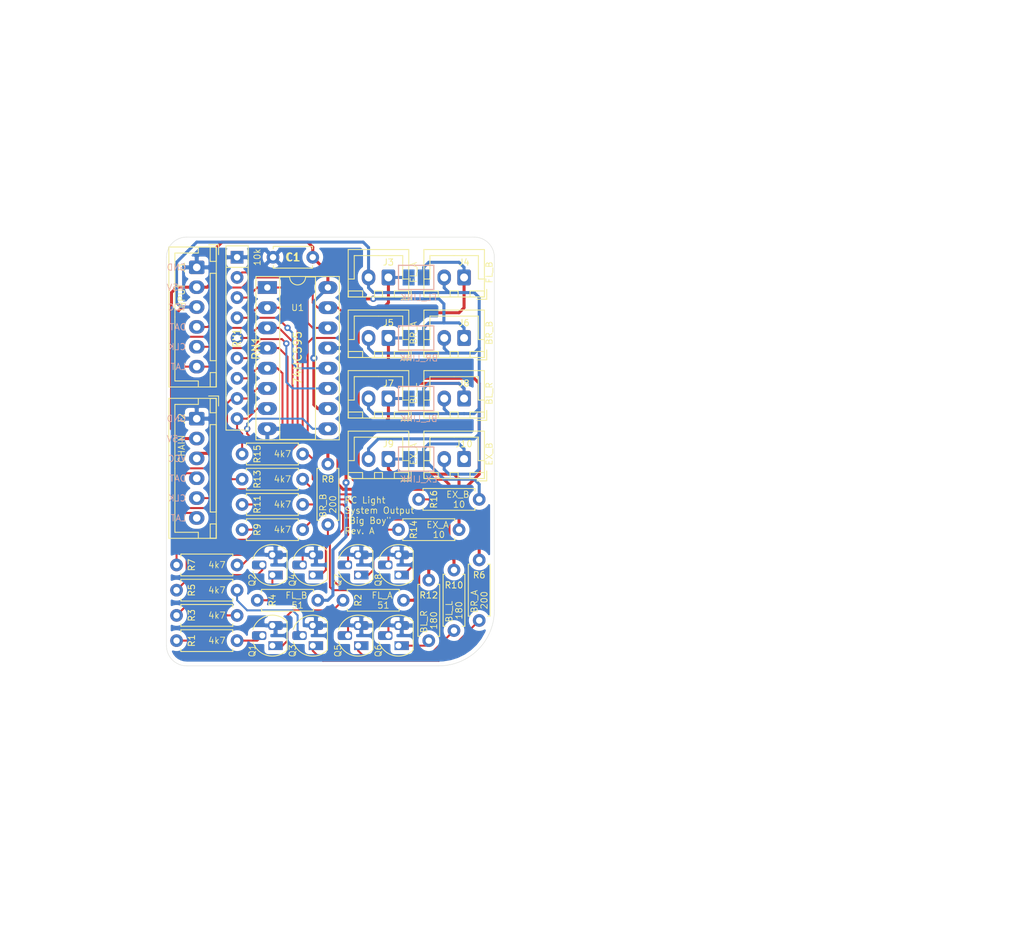
<source format=kicad_pcb>
(kicad_pcb (version 20171130) (host pcbnew "(5.1.8)-1")
  (layers (0 F.Cu signal) (31 B.Cu signal) (34 B.Paste user) (35 F.Paste user) (36 B.SilkS user) (37 F.SilkS user) (38 B.Mask user) (39 F.Mask user) (44 Edge.Cuts user))
  (net 0 "")
  (net 1 +5V)
  (net 2 GND)
  (net 3 /SER_LATCH)
  (net 4 /SER_CLK)
  (net 5 /SER_DATA)
  (net 6 VCC)
  (net 7 "Net-(J2-Pad4)")
  (net 8 "Net-(J3-Pad1)")
  (net 9 "Net-(J4-Pad1)")
  (net 10 "Net-(J5-Pad1)")
  (net 11 "Net-(J6-Pad1)")
  (net 12 "Net-(J7-Pad1)")
  (net 13 "Net-(J8-Pad1)")
  (net 14 "Net-(J9-Pad1)")
  (net 15 "Net-(J10-Pad1)")
  (net 16 "Net-(Q1-Pad1)")
  (net 17 "Net-(Q1-Pad2)")
  (net 18 "Net-(Q2-Pad1)")
  (net 19 "Net-(Q2-Pad2)")
  (net 20 "Net-(Q3-Pad1)")
  (net 21 "Net-(Q3-Pad2)")
  (net 22 "Net-(Q4-Pad2)")
  (net 23 "Net-(Q4-Pad1)")
  (net 24 "Net-(Q5-Pad2)")
  (net 25 "Net-(Q5-Pad1)")
  (net 26 "Net-(Q6-Pad1)")
  (net 27 "Net-(Q6-Pad2)")
  (net 28 "Net-(Q7-Pad2)")
  (net 29 "Net-(Q7-Pad1)")
  (net 30 "Net-(Q8-Pad2)")
  (net 31 "Net-(Q8-Pad1)")
  (net 32 FL_A)
  (net 33 FL_B)
  (net 34 BR_A)
  (net 35 BR_B)
  (net 36 BL_L)
  (net 37 BL_R)
  (net 38 EX_A)
  (net 39 EX_B)
  (module Capacitor_THT:C_Disc_D4.7mm_W2.5mm_P5.00mm (layer F.Cu) (at 81.915 83.82 180)
    (fp_text reference C1 (at 2.5 0) (layer F.SilkS))
    (fp_text value 100nF)
    (fp_text user %R (at 2.5 0) (layer F.SilkS) (effects (font (size 0.94 0.8) (thickness 0.141))))
    (pad 1 thru_hole circle (at 0 0 180) (size 1.6 1.6) (drill 0.8) (layers *.Cu *.Mask) (net 1 +5V))
    (pad 2 thru_hole circle (at 5 0 180) (size 1.6 1.6) (drill 0.8) (layers *.Cu *.Mask) (net 2 GND))
  )
  (module Connector_JST:JST_XH_B6B-XH-A_1x06_P2.50mm_Vertical (layer F.Cu) (at 67.31 85.09 270)
    (fp_text reference J1 (at 0 1.905 90) (layer F.SilkS) (effects (font (size 0.8 0.8) (thickness 0.1))))
    (fp_text value INPUT (at 3.81 1.905 90) (layer F.SilkS) (effects (font (size 0.8 0.8) (thickness 0.1))))
    (fp_text user %R (at 0 1.905 90) (layer F.SilkS) (effects (font (size 0.8 0.8) (thickness 0.1))))
    (pad 6 thru_hole oval (at 12.5 0 270) (size 1.7 1.95) (drill 0.95) (layers *.Cu *.Mask) (net 3 /SER_LATCH))
    (pad 5 thru_hole oval (at 10 0 270) (size 1.7 1.95) (drill 0.95) (layers *.Cu *.Mask) (net 4 /SER_CLK))
    (pad 4 thru_hole oval (at 7.5 0 270) (size 1.7 1.95) (drill 0.95) (layers *.Cu *.Mask) (net 5 /SER_DATA))
    (pad 3 thru_hole oval (at 5 0 270) (size 1.7 1.95) (drill 0.95) (layers *.Cu *.Mask) (net 6 VCC))
    (pad 2 thru_hole oval (at 2.5 0 270) (size 1.7 1.95) (drill 0.95) (layers *.Cu *.Mask) (net 1 +5V))
    (pad 1 thru_hole roundrect (at 0 0 270) (size 1.7 1.95) (drill 0.95) (layers *.Cu *.Mask) (roundrect_rratio 0.1470588235294118) (net 2 GND))
  )
  (module Connector_JST:JST_XH_B6B-XH-A_1x06_P2.50mm_Vertical (layer F.Cu) (at 67.31 104.14 270)
    (fp_text reference J2 (at 0 1.905 90) (layer F.SilkS) (effects (font (size 0.8 0.8) (thickness 0.1))))
    (fp_text value CHAIN (at 3.81 1.905 90) (layer F.SilkS) (effects (font (size 0.8 0.8) (thickness 0.1))))
    (fp_text user %R (at 0 1.905 90) (layer F.SilkS) (effects (font (size 0.8 0.8) (thickness 0.1))))
    (pad 1 thru_hole roundrect (at 0 0 270) (size 1.7 1.95) (drill 0.95) (layers *.Cu *.Mask) (roundrect_rratio 0.1470588235294118) (net 2 GND))
    (pad 2 thru_hole oval (at 2.5 0 270) (size 1.7 1.95) (drill 0.95) (layers *.Cu *.Mask) (net 1 +5V))
    (pad 3 thru_hole oval (at 5 0 270) (size 1.7 1.95) (drill 0.95) (layers *.Cu *.Mask) (net 6 VCC))
    (pad 4 thru_hole oval (at 7.5 0 270) (size 1.7 1.95) (drill 0.95) (layers *.Cu *.Mask) (net 7 "Net-(J2-Pad4)"))
    (pad 5 thru_hole oval (at 10 0 270) (size 1.7 1.95) (drill 0.95) (layers *.Cu *.Mask) (net 4 /SER_CLK))
    (pad 6 thru_hole oval (at 12.5 0 270) (size 1.7 1.95) (drill 0.95) (layers *.Cu *.Mask) (net 3 /SER_LATCH))
  )
  (module Connector_JST:JST_XH_B2B-XH-A_1x02_P2.50mm_Vertical (layer F.Cu) (at 91.44 86.36 180)
    (fp_text reference J3 (at 0 1.905) (layer F.SilkS) (effects (font (size 0.8 0.8) (thickness 0.1))))
    (fp_text value FL_A (at -3.175 0.635 270) (layer F.SilkS) (effects (font (size 0.8 0.8) (thickness 0.1))))
    (fp_text user %R (at 0 1.905) (layer F.SilkS) (effects (font (size 0.8 0.8) (thickness 0.1))))
    (pad 2 thru_hole oval (at 2.5 0 180) (size 1.7 2) (drill 1) (layers *.Cu *.Mask) (net 6 VCC))
    (pad 1 thru_hole roundrect (at 0 0 180) (size 1.7 2) (drill 1) (layers *.Cu *.Mask) (roundrect_rratio 0.1470588235294118) (net 8 "Net-(J3-Pad1)"))
  )
  (module Connector_JST:JST_XH_B2B-XH-A_1x02_P2.50mm_Vertical (layer F.Cu) (at 100.965 86.36 180)
    (fp_text reference J4 (at 0 1.905) (layer F.SilkS) (effects (font (size 0.8 0.8) (thickness 0.1))))
    (fp_text value FL_B (at -3.175 0.635 270) (layer F.SilkS) (effects (font (size 0.8 0.8) (thickness 0.1))))
    (fp_text user %R (at 0 1.905) (layer F.SilkS) (effects (font (size 0.8 0.8) (thickness 0.1))))
    (pad 1 thru_hole roundrect (at 0 0 180) (size 1.7 2) (drill 1) (layers *.Cu *.Mask) (roundrect_rratio 0.1470588235294118) (net 9 "Net-(J4-Pad1)"))
    (pad 2 thru_hole oval (at 2.5 0 180) (size 1.7 2) (drill 1) (layers *.Cu *.Mask) (net 6 VCC))
  )
  (module Connector_JST:JST_XH_B2B-XH-A_1x02_P2.50mm_Vertical (layer F.Cu) (at 91.44 93.98 180)
    (fp_text reference J5 (at 0 1.905) (layer F.SilkS) (effects (font (size 0.8 0.8) (thickness 0.1))))
    (fp_text value BR_A (at -3.175 0.635 270) (layer F.SilkS) (effects (font (size 0.8 0.8) (thickness 0.1))))
    (fp_text user %R (at 0 1.905) (layer F.SilkS) (effects (font (size 0.8 0.8) (thickness 0.1))))
    (pad 2 thru_hole oval (at 2.5 0 180) (size 1.7 2) (drill 1) (layers *.Cu *.Mask) (net 6 VCC))
    (pad 1 thru_hole roundrect (at 0 0 180) (size 1.7 2) (drill 1) (layers *.Cu *.Mask) (roundrect_rratio 0.1470588235294118) (net 10 "Net-(J5-Pad1)"))
  )
  (module Connector_JST:JST_XH_B2B-XH-A_1x02_P2.50mm_Vertical (layer F.Cu) (at 100.965 93.98 180)
    (fp_text reference J6 (at 0 1.905) (layer F.SilkS) (effects (font (size 0.8 0.8) (thickness 0.1))))
    (fp_text value BR_B (at -3.175 0.635 270) (layer F.SilkS) (effects (font (size 0.8 0.8) (thickness 0.1))))
    (fp_text user %R (at 0 1.905) (layer F.SilkS) (effects (font (size 0.8 0.8) (thickness 0.1))))
    (pad 2 thru_hole oval (at 2.5 0 180) (size 1.7 2) (drill 1) (layers *.Cu *.Mask) (net 6 VCC))
    (pad 1 thru_hole roundrect (at 0 0 180) (size 1.7 2) (drill 1) (layers *.Cu *.Mask) (roundrect_rratio 0.1470588235294118) (net 11 "Net-(J6-Pad1)"))
  )
  (module Connector_JST:JST_XH_B2B-XH-A_1x02_P2.50mm_Vertical (layer F.Cu) (at 91.44 101.6 180)
    (fp_text reference J7 (at 0 1.905) (layer F.SilkS) (effects (font (size 0.8 0.8) (thickness 0.1))))
    (fp_text value BL_L (at -3.175 0.635 270) (layer F.SilkS) (effects (font (size 0.8 0.8) (thickness 0.1))))
    (fp_text user %R (at 0 1.905) (layer F.SilkS) (effects (font (size 0.8 0.8) (thickness 0.1))))
    (pad 1 thru_hole roundrect (at 0 0 180) (size 1.7 2) (drill 1) (layers *.Cu *.Mask) (roundrect_rratio 0.1470588235294118) (net 12 "Net-(J7-Pad1)"))
    (pad 2 thru_hole oval (at 2.5 0 180) (size 1.7 2) (drill 1) (layers *.Cu *.Mask) (net 6 VCC))
  )
  (module Connector_JST:JST_XH_B2B-XH-A_1x02_P2.50mm_Vertical (layer F.Cu) (at 100.965 101.6 180)
    (fp_text reference J8 (at 0 1.905) (layer F.SilkS) (effects (font (size 0.8 0.8) (thickness 0.1))))
    (fp_text value BL_R (at -3.175 0.635 270) (layer F.SilkS) (effects (font (size 0.8 0.8) (thickness 0.1))))
    (fp_text user %R (at 0 1.905) (layer F.SilkS) (effects (font (size 0.8 0.8) (thickness 0.1))))
    (pad 2 thru_hole oval (at 2.5 0 180) (size 1.7 2) (drill 1) (layers *.Cu *.Mask) (net 6 VCC))
    (pad 1 thru_hole roundrect (at 0 0 180) (size 1.7 2) (drill 1) (layers *.Cu *.Mask) (roundrect_rratio 0.1470588235294118) (net 13 "Net-(J8-Pad1)"))
  )
  (module Connector_JST:JST_XH_B2B-XH-A_1x02_P2.50mm_Vertical (layer F.Cu) (at 91.44 109.22 180)
    (fp_text reference J9 (at 0 1.905) (layer F.SilkS) (effects (font (size 0.8 0.8) (thickness 0.1))))
    (fp_text value EX_A (at -3.175 0.635 270) (layer F.SilkS) (effects (font (size 0.8 0.8) (thickness 0.1))))
    (fp_text user %R (at 0 1.905) (layer F.SilkS) (effects (font (size 0.8 0.8) (thickness 0.1))))
    (pad 1 thru_hole roundrect (at 0 0 180) (size 1.7 2) (drill 1) (layers *.Cu *.Mask) (roundrect_rratio 0.1470588235294118) (net 14 "Net-(J9-Pad1)"))
    (pad 2 thru_hole oval (at 2.5 0 180) (size 1.7 2) (drill 1) (layers *.Cu *.Mask) (net 6 VCC))
  )
  (module Connector_JST:JST_XH_B2B-XH-A_1x02_P2.50mm_Vertical (layer F.Cu) (at 100.965 109.22 180)
    (fp_text reference J10 (at 0 1.905) (layer F.SilkS) (effects (font (size 0.8 0.8) (thickness 0.1))))
    (fp_text value EX_B (at -3.175 0.635 270) (layer F.SilkS) (effects (font (size 0.8 0.8) (thickness 0.1))))
    (fp_text user %R (at 0 1.905) (layer F.SilkS) (effects (font (size 0.8 0.8) (thickness 0.1))))
    (pad 1 thru_hole roundrect (at 0 0 180) (size 1.7 2) (drill 1) (layers *.Cu *.Mask) (roundrect_rratio 0.1470588235294118) (net 15 "Net-(J10-Pad1)"))
    (pad 2 thru_hole oval (at 2.5 0 180) (size 1.7 2) (drill 1) (layers *.Cu *.Mask) (net 6 VCC))
  )
  (module solder_bridge:bridge_open (layer B.Cu) (at 95.885 86.36 90)
    (fp_text reference JP1 hide)
    (fp_text value FL_LINK (at -2.54 -0.635 180) (layer B.SilkS) (effects (font (size 0.8 0.8) (thickness 0.1)) (justify mirror)))
    (pad 2 smd rect (at 0 -1.905 90) (size 2 1.5) (layers B.Cu B.Paste B.Mask) (net 8 "Net-(J3-Pad1)"))
    (pad 1 smd rect (at 0 0 90) (size 2 1.5) (layers B.Cu B.Paste B.Mask) (net 9 "Net-(J4-Pad1)"))
  )
  (module solder_bridge:bridge_open (layer B.Cu) (at 95.885 93.98 90)
    (fp_text reference JP2 hide)
    (fp_text value BR_LINK (at -2.54 -0.635) (layer B.SilkS) (effects (font (size 0.8 0.8) (thickness 0.1)) (justify mirror)))
    (pad 2 smd rect (at 0 -1.905 90) (size 2 1.5) (layers B.Cu B.Paste B.Mask) (net 10 "Net-(J5-Pad1)"))
    (pad 1 smd rect (at 0 0 90) (size 2 1.5) (layers B.Cu B.Paste B.Mask) (net 11 "Net-(J6-Pad1)"))
  )
  (module solder_bridge:bridge_open (layer B.Cu) (at 95.885 101.6 90)
    (fp_text reference JP3 hide)
    (fp_text value BL_LINK (at -2.54 -0.635) (layer B.SilkS) (effects (font (size 0.8 0.8) (thickness 0.1)) (justify mirror)))
    (pad 1 smd rect (at 0 0 90) (size 2 1.5) (layers B.Cu B.Paste B.Mask) (net 13 "Net-(J8-Pad1)"))
    (pad 2 smd rect (at 0 -1.905 90) (size 2 1.5) (layers B.Cu B.Paste B.Mask) (net 12 "Net-(J7-Pad1)"))
  )
  (module solder_bridge:bridge_open (layer B.Cu) (at 95.885 109.22 90)
    (fp_text reference JP4 hide)
    (fp_text value EX_LINK (at -2.54 -0.635) (layer B.SilkS) (effects (font (size 0.8 0.8) (thickness 0.1)) (justify mirror)))
    (pad 1 smd rect (at 0 0 90) (size 2 1.5) (layers B.Cu B.Paste B.Mask) (net 15 "Net-(J10-Pad1)"))
    (pad 2 smd rect (at 0 -1.905 90) (size 2 1.5) (layers B.Cu B.Paste B.Mask) (net 14 "Net-(J9-Pad1)"))
  )
  (module Package_TO_SOT_THT:TO-92_HandSolder (layer F.Cu) (at 76.835 132.715 90)
    (fp_text reference Q1 (at -0.635 -2.54 90) (layer F.SilkS) (effects (font (size 0.8 0.8) (thickness 0.1))))
    (fp_text value 2N2222)
    (pad 1 thru_hole rect (at 0 0 90) (size 1.1 1.8) (drill 0.75 (offset 0 0.4)) (layers *.Cu *.Mask) (net 16 "Net-(Q1-Pad1)"))
    (pad 3 thru_hole roundrect (at 2.54 0 90) (size 1.1 1.8) (drill 0.75 (offset 0 0.4)) (layers *.Cu *.Mask) (net 2 GND))
    (pad 2 thru_hole roundrect (at 1.27 -1.27 90) (size 1.1 1.8) (drill 0.75 (offset 0 -0.4)) (layers *.Cu *.Mask) (net 17 "Net-(Q1-Pad2)"))
  )
  (module Package_TO_SOT_THT:TO-92_HandSolder (layer F.Cu) (at 76.835 123.825 90)
    (fp_text reference Q2 (at -0.635 -2.54 90) (layer F.SilkS) (effects (font (size 0.8 0.8) (thickness 0.1))))
    (fp_text value 2N2222)
    (pad 1 thru_hole rect (at 0 0 90) (size 1.1 1.8) (drill 0.75 (offset 0 0.4)) (layers *.Cu *.Mask) (net 18 "Net-(Q2-Pad1)"))
    (pad 3 thru_hole roundrect (at 2.54 0 90) (size 1.1 1.8) (drill 0.75 (offset 0 0.4)) (layers *.Cu *.Mask) (net 2 GND))
    (pad 2 thru_hole roundrect (at 1.27 -1.27 90) (size 1.1 1.8) (drill 0.75 (offset 0 -0.4)) (layers *.Cu *.Mask) (net 19 "Net-(Q2-Pad2)"))
  )
  (module Package_TO_SOT_THT:TO-92_HandSolder (layer F.Cu) (at 81.915 132.715 90)
    (fp_text reference Q3 (at -0.635 -2.54 90) (layer F.SilkS) (effects (font (size 0.8 0.8) (thickness 0.1))))
    (fp_text value 2N2222)
    (pad 1 thru_hole rect (at 0 0 90) (size 1.1 1.8) (drill 0.75 (offset 0 0.4)) (layers *.Cu *.Mask) (net 20 "Net-(Q3-Pad1)"))
    (pad 3 thru_hole roundrect (at 2.54 0 90) (size 1.1 1.8) (drill 0.75 (offset 0 0.4)) (layers *.Cu *.Mask) (net 2 GND))
    (pad 2 thru_hole roundrect (at 1.27 -1.27 90) (size 1.1 1.8) (drill 0.75 (offset 0 -0.4)) (layers *.Cu *.Mask) (net 21 "Net-(Q3-Pad2)"))
  )
  (module Package_TO_SOT_THT:TO-92_HandSolder (layer F.Cu) (at 81.915 123.825 90)
    (fp_text reference Q4 (at -0.635 -2.54 90) (layer F.SilkS) (effects (font (size 0.8 0.8) (thickness 0.1))))
    (fp_text value 2N2222)
    (pad 2 thru_hole roundrect (at 1.27 -1.27 90) (size 1.1 1.8) (drill 0.75 (offset 0 -0.4)) (layers *.Cu *.Mask) (net 22 "Net-(Q4-Pad2)"))
    (pad 3 thru_hole roundrect (at 2.54 0 90) (size 1.1 1.8) (drill 0.75 (offset 0 0.4)) (layers *.Cu *.Mask) (net 2 GND))
    (pad 1 thru_hole rect (at 0 0 90) (size 1.1 1.8) (drill 0.75 (offset 0 0.4)) (layers *.Cu *.Mask) (net 23 "Net-(Q4-Pad1)"))
  )
  (module Package_TO_SOT_THT:TO-92_HandSolder (layer F.Cu) (at 87.63 132.715 90)
    (fp_text reference Q5 (at -0.635 -2.54 90) (layer F.SilkS) (effects (font (size 0.8 0.8) (thickness 0.1))))
    (fp_text value 2N2222)
    (pad 2 thru_hole roundrect (at 1.27 -1.27 90) (size 1.1 1.8) (drill 0.75 (offset 0 -0.4)) (layers *.Cu *.Mask) (net 24 "Net-(Q5-Pad2)"))
    (pad 3 thru_hole roundrect (at 2.54 0 90) (size 1.1 1.8) (drill 0.75 (offset 0 0.4)) (layers *.Cu *.Mask) (net 2 GND))
    (pad 1 thru_hole rect (at 0 0 90) (size 1.1 1.8) (drill 0.75 (offset 0 0.4)) (layers *.Cu *.Mask) (net 25 "Net-(Q5-Pad1)"))
  )
  (module Package_TO_SOT_THT:TO-92_HandSolder (layer F.Cu) (at 92.71 132.715 90)
    (fp_text reference Q6 (at -0.635 -2.54 90) (layer F.SilkS) (effects (font (size 0.8 0.8) (thickness 0.1))))
    (fp_text value 2N2222)
    (pad 1 thru_hole rect (at 0 0 90) (size 1.1 1.8) (drill 0.75 (offset 0 0.4)) (layers *.Cu *.Mask) (net 26 "Net-(Q6-Pad1)"))
    (pad 3 thru_hole roundrect (at 2.54 0 90) (size 1.1 1.8) (drill 0.75 (offset 0 0.4)) (layers *.Cu *.Mask) (net 2 GND))
    (pad 2 thru_hole roundrect (at 1.27 -1.27 90) (size 1.1 1.8) (drill 0.75 (offset 0 -0.4)) (layers *.Cu *.Mask) (net 27 "Net-(Q6-Pad2)"))
  )
  (module Package_TO_SOT_THT:TO-92_HandSolder (layer F.Cu) (at 87.63 123.825 90)
    (fp_text reference Q7 (at -0.635 -2.54 90) (layer F.SilkS) (effects (font (size 0.8 0.8) (thickness 0.1))))
    (fp_text value 2N2222)
    (pad 2 thru_hole roundrect (at 1.27 -1.27 90) (size 1.1 1.8) (drill 0.75 (offset 0 -0.4)) (layers *.Cu *.Mask) (net 28 "Net-(Q7-Pad2)"))
    (pad 3 thru_hole roundrect (at 2.54 0 90) (size 1.1 1.8) (drill 0.75 (offset 0 0.4)) (layers *.Cu *.Mask) (net 2 GND))
    (pad 1 thru_hole rect (at 0 0 90) (size 1.1 1.8) (drill 0.75 (offset 0 0.4)) (layers *.Cu *.Mask) (net 29 "Net-(Q7-Pad1)"))
  )
  (module Package_TO_SOT_THT:TO-92_HandSolder (layer F.Cu) (at 92.71 123.825 90)
    (fp_text reference Q8 (at -0.635 -2.54 90) (layer F.SilkS) (effects (font (size 0.8 0.8) (thickness 0.1))))
    (fp_text value 2N2222)
    (pad 2 thru_hole roundrect (at 1.27 -1.27 90) (size 1.1 1.8) (drill 0.75 (offset 0 -0.4)) (layers *.Cu *.Mask) (net 30 "Net-(Q8-Pad2)"))
    (pad 3 thru_hole roundrect (at 2.54 0 90) (size 1.1 1.8) (drill 0.75 (offset 0 0.4)) (layers *.Cu *.Mask) (net 2 GND))
    (pad 1 thru_hole rect (at 0 0 90) (size 1.1 1.8) (drill 0.75 (offset 0 0.4)) (layers *.Cu *.Mask) (net 31 "Net-(Q8-Pad1)"))
  )
  (module resistor:R_Axial_DIN0207_L6.3mm_D2.5mm_P7.62mm_Horizontal (layer F.Cu) (at 72.39 132.08 180)
    (fp_text reference R1 (at 5.715 0 90) (layer F.SilkS) (effects (font (size 0.8 0.8) (thickness 0.1))))
    (fp_text value 4k7 (at 2.54 0) (layer F.SilkS) (effects (font (size 0.8 0.8) (thickness 0.1))))
    (fp_text user %R (at 5.715 0 90) (layer F.SilkS) (effects (font (size 0.8 0.8) (thickness 0.1))))
    (pad 2 thru_hole oval (at 7.62 0 180) (size 1.6 1.6) (drill 0.8) (layers *.Cu *.Mask) (net 32 FL_A))
    (pad 1 thru_hole circle (at 0 0 180) (size 1.6 1.6) (drill 0.8) (layers *.Cu *.Mask) (net 17 "Net-(Q1-Pad2)"))
  )
  (module resistor:R_Axial_DIN0207_L6.3mm_D2.5mm_P7.62mm_Horizontal (layer F.Cu) (at 85.725 127)
    (fp_text reference R2 (at 1.905 0 90) (layer F.SilkS) (effects (font (size 0.8 0.8) (thickness 0.1))))
    (fp_text value 51 (at 5.08 0.635) (layer F.SilkS) (effects (font (size 0.8 0.8) (thickness 0.1))))
    (fp_text user %R (at 1.905 0 90) (layer F.SilkS) (effects (font (size 0.8 0.8) (thickness 0.1))))
    (pad 2 thru_hole oval (at 7.62 0) (size 1.6 1.6) (drill 0.8) (layers *.Cu *.Mask) (net 8 "Net-(J3-Pad1)"))
    (pad 1 thru_hole circle (at 0 0) (size 1.6 1.6) (drill 0.8) (layers *.Cu *.Mask) (net 16 "Net-(Q1-Pad1)"))
  )
  (module resistor:R_Axial_DIN0207_L6.3mm_D2.5mm_P7.62mm_Horizontal (layer F.Cu) (at 72.39 128.905 180)
    (fp_text reference R3 (at 5.715 0 90) (layer F.SilkS) (effects (font (size 0.8 0.8) (thickness 0.1))))
    (fp_text value 4k7 (at 2.54 0) (layer F.SilkS) (effects (font (size 0.8 0.8) (thickness 0.1))))
    (fp_text user %R (at 5.715 0 90) (layer F.SilkS) (effects (font (size 0.8 0.8) (thickness 0.1))))
    (pad 1 thru_hole circle (at 0 0 180) (size 1.6 1.6) (drill 0.8) (layers *.Cu *.Mask) (net 19 "Net-(Q2-Pad2)"))
    (pad 2 thru_hole oval (at 7.62 0 180) (size 1.6 1.6) (drill 0.8) (layers *.Cu *.Mask) (net 33 FL_B))
  )
  (module resistor:R_Axial_DIN0207_L6.3mm_D2.5mm_P7.62mm_Horizontal (layer F.Cu) (at 74.93 127)
    (fp_text reference R4 (at 1.905 0 90) (layer F.SilkS) (effects (font (size 0.8 0.8) (thickness 0.1))))
    (fp_text value 51 (at 5.08 0.635) (layer F.SilkS) (effects (font (size 0.8 0.8) (thickness 0.1))))
    (fp_text user %R (at 1.905 0 90) (layer F.SilkS) (effects (font (size 0.8 0.8) (thickness 0.1))))
    (pad 2 thru_hole oval (at 7.62 0) (size 1.6 1.6) (drill 0.8) (layers *.Cu *.Mask) (net 9 "Net-(J4-Pad1)"))
    (pad 1 thru_hole circle (at 0 0) (size 1.6 1.6) (drill 0.8) (layers *.Cu *.Mask) (net 18 "Net-(Q2-Pad1)"))
  )
  (module resistor:R_Axial_DIN0207_L6.3mm_D2.5mm_P7.62mm_Horizontal (layer F.Cu) (at 72.39 125.73 180)
    (fp_text reference R5 (at 5.715 0 90) (layer F.SilkS) (effects (font (size 0.8 0.8) (thickness 0.1))))
    (fp_text value 4k7 (at 2.54 0) (layer F.SilkS) (effects (font (size 0.8 0.8) (thickness 0.1))))
    (fp_text user %R (at 5.715 0 90) (layer F.SilkS) (effects (font (size 0.8 0.8) (thickness 0.1))))
    (pad 1 thru_hole circle (at 0 0 180) (size 1.6 1.6) (drill 0.8) (layers *.Cu *.Mask) (net 21 "Net-(Q3-Pad2)"))
    (pad 2 thru_hole oval (at 7.62 0 180) (size 1.6 1.6) (drill 0.8) (layers *.Cu *.Mask) (net 34 BR_A))
  )
  (module resistor:R_Axial_DIN0207_L6.3mm_D2.5mm_P7.62mm_Horizontal (layer F.Cu) (at 102.87 129.54 90)
    (fp_text reference R6 (at 5.715 0) (layer F.SilkS) (effects (font (size 0.8 0.8) (thickness 0.1))))
    (fp_text value 200 (at 2.54 0.635 90) (layer F.SilkS) (effects (font (size 0.8 0.8) (thickness 0.1))))
    (fp_text user %R (at 5.715 0) (layer F.SilkS) (effects (font (size 0.8 0.8) (thickness 0.1))))
    (pad 2 thru_hole oval (at 7.62 0 90) (size 1.6 1.6) (drill 0.8) (layers *.Cu *.Mask) (net 10 "Net-(J5-Pad1)"))
    (pad 1 thru_hole circle (at 0 0 90) (size 1.6 1.6) (drill 0.8) (layers *.Cu *.Mask) (net 20 "Net-(Q3-Pad1)"))
  )
  (module resistor:R_Axial_DIN0207_L6.3mm_D2.5mm_P7.62mm_Horizontal (layer F.Cu) (at 72.39 122.555 180)
    (fp_text reference R7 (at 5.715 0 90) (layer F.SilkS) (effects (font (size 0.8 0.8) (thickness 0.1))))
    (fp_text value 4k7 (at 2.54 0) (layer F.SilkS) (effects (font (size 0.8 0.8) (thickness 0.1))))
    (fp_text user %R (at 5.715 0 90) (layer F.SilkS) (effects (font (size 0.8 0.8) (thickness 0.1))))
    (pad 1 thru_hole circle (at 0 0 180) (size 1.6 1.6) (drill 0.8) (layers *.Cu *.Mask) (net 22 "Net-(Q4-Pad2)"))
    (pad 2 thru_hole oval (at 7.62 0 180) (size 1.6 1.6) (drill 0.8) (layers *.Cu *.Mask) (net 35 BR_B))
  )
  (module resistor:R_Axial_DIN0207_L6.3mm_D2.5mm_P7.62mm_Horizontal (layer F.Cu) (at 83.82 117.475 90)
    (fp_text reference R8 (at 5.715 0) (layer F.SilkS) (effects (font (size 0.8 0.8) (thickness 0.1))))
    (fp_text value 200 (at 2.54 0.635 90) (layer F.SilkS) (effects (font (size 0.8 0.8) (thickness 0.1))))
    (fp_text user %R (at 5.715 0) (layer F.SilkS) (effects (font (size 0.8 0.8) (thickness 0.1))))
    (pad 2 thru_hole oval (at 7.62 0 90) (size 1.6 1.6) (drill 0.8) (layers *.Cu *.Mask) (net 11 "Net-(J6-Pad1)"))
    (pad 1 thru_hole circle (at 0 0 90) (size 1.6 1.6) (drill 0.8) (layers *.Cu *.Mask) (net 23 "Net-(Q4-Pad1)"))
  )
  (module resistor:R_Axial_DIN0207_L6.3mm_D2.5mm_P7.62mm_Horizontal (layer F.Cu) (at 80.645 118.11 180)
    (fp_text reference R9 (at 5.715 0 90) (layer F.SilkS) (effects (font (size 0.8 0.8) (thickness 0.1))))
    (fp_text value 4k7 (at 2.54 0) (layer F.SilkS) (effects (font (size 0.8 0.8) (thickness 0.1))))
    (fp_text user %R (at 5.715 0 90) (layer F.SilkS) (effects (font (size 0.8 0.8) (thickness 0.1))))
    (pad 1 thru_hole circle (at 0 0 180) (size 1.6 1.6) (drill 0.8) (layers *.Cu *.Mask) (net 24 "Net-(Q5-Pad2)"))
    (pad 2 thru_hole oval (at 7.62 0 180) (size 1.6 1.6) (drill 0.8) (layers *.Cu *.Mask) (net 36 BL_L))
  )
  (module resistor:R_Axial_DIN0207_L6.3mm_D2.5mm_P7.62mm_Horizontal (layer F.Cu) (at 99.695 130.81 90)
    (fp_text reference R10 (at 5.715 0) (layer F.SilkS) (effects (font (size 0.8 0.8) (thickness 0.1))))
    (fp_text value 180 (at 2.54 0.635 90) (layer F.SilkS) (effects (font (size 0.8 0.8) (thickness 0.1))))
    (fp_text user %R (at 5.715 0) (layer F.SilkS) (effects (font (size 0.8 0.8) (thickness 0.1))))
    (pad 2 thru_hole oval (at 7.62 0 90) (size 1.6 1.6) (drill 0.8) (layers *.Cu *.Mask) (net 12 "Net-(J7-Pad1)"))
    (pad 1 thru_hole circle (at 0 0 90) (size 1.6 1.6) (drill 0.8) (layers *.Cu *.Mask) (net 25 "Net-(Q5-Pad1)"))
  )
  (module resistor:R_Axial_DIN0207_L6.3mm_D2.5mm_P7.62mm_Horizontal (layer F.Cu) (at 80.645 114.935 180)
    (fp_text reference R11 (at 5.715 0 90) (layer F.SilkS) (effects (font (size 0.8 0.8) (thickness 0.1))))
    (fp_text value 4k7 (at 2.54 0) (layer F.SilkS) (effects (font (size 0.8 0.8) (thickness 0.1))))
    (fp_text user %R (at 5.715 0 90) (layer F.SilkS) (effects (font (size 0.8 0.8) (thickness 0.1))))
    (pad 2 thru_hole oval (at 7.62 0 180) (size 1.6 1.6) (drill 0.8) (layers *.Cu *.Mask) (net 37 BL_R))
    (pad 1 thru_hole circle (at 0 0 180) (size 1.6 1.6) (drill 0.8) (layers *.Cu *.Mask) (net 27 "Net-(Q6-Pad2)"))
  )
  (module resistor:R_Axial_DIN0207_L6.3mm_D2.5mm_P7.62mm_Horizontal (layer F.Cu) (at 96.52 132.08 90)
    (fp_text reference R12 (at 5.715 0) (layer F.SilkS) (effects (font (size 0.8 0.8) (thickness 0.1))))
    (fp_text value 180 (at 2.54 0.635 90) (layer F.SilkS) (effects (font (size 0.8 0.8) (thickness 0.1))))
    (fp_text user %R (at 5.715 0) (layer F.SilkS) (effects (font (size 0.8 0.8) (thickness 0.1))))
    (pad 1 thru_hole circle (at 0 0 90) (size 1.6 1.6) (drill 0.8) (layers *.Cu *.Mask) (net 26 "Net-(Q6-Pad1)"))
    (pad 2 thru_hole oval (at 7.62 0 90) (size 1.6 1.6) (drill 0.8) (layers *.Cu *.Mask) (net 13 "Net-(J8-Pad1)"))
  )
  (module resistor:R_Axial_DIN0207_L6.3mm_D2.5mm_P7.62mm_Horizontal (layer F.Cu) (at 80.645 111.76 180)
    (fp_text reference R13 (at 5.715 0 90) (layer F.SilkS) (effects (font (size 0.8 0.8) (thickness 0.1))))
    (fp_text value 4k7 (at 2.54 0) (layer F.SilkS) (effects (font (size 0.8 0.8) (thickness 0.1))))
    (fp_text user %R (at 5.715 0 90) (layer F.SilkS) (effects (font (size 0.8 0.8) (thickness 0.1))))
    (pad 2 thru_hole oval (at 7.62 0 180) (size 1.6 1.6) (drill 0.8) (layers *.Cu *.Mask) (net 38 EX_A))
    (pad 1 thru_hole circle (at 0 0 180) (size 1.6 1.6) (drill 0.8) (layers *.Cu *.Mask) (net 28 "Net-(Q7-Pad2)"))
  )
  (module resistor:R_Axial_DIN0207_L6.3mm_D2.5mm_P7.62mm_Horizontal (layer F.Cu) (at 92.71 118.11)
    (fp_text reference R14 (at 1.905 0 90) (layer F.SilkS) (effects (font (size 0.8 0.8) (thickness 0.1))))
    (fp_text value 10 (at 5.08 0.635) (layer F.SilkS) (effects (font (size 0.8 0.8) (thickness 0.1))))
    (fp_text user %R (at 1.905 0 90) (layer F.SilkS) (effects (font (size 0.8 0.8) (thickness 0.1))))
    (pad 1 thru_hole circle (at 0 0) (size 1.6 1.6) (drill 0.8) (layers *.Cu *.Mask) (net 29 "Net-(Q7-Pad1)"))
    (pad 2 thru_hole oval (at 7.62 0) (size 1.6 1.6) (drill 0.8) (layers *.Cu *.Mask) (net 14 "Net-(J9-Pad1)"))
  )
  (module resistor:R_Axial_DIN0207_L6.3mm_D2.5mm_P7.62mm_Horizontal (layer F.Cu) (at 80.645 108.585 180)
    (fp_text reference R15 (at 5.715 0 90) (layer F.SilkS) (effects (font (size 0.8 0.8) (thickness 0.1))))
    (fp_text value 4k7 (at 2.54 0) (layer F.SilkS) (effects (font (size 0.8 0.8) (thickness 0.1))))
    (fp_text user %R (at 5.715 0 90) (layer F.SilkS) (effects (font (size 0.8 0.8) (thickness 0.1))))
    (pad 1 thru_hole circle (at 0 0 180) (size 1.6 1.6) (drill 0.8) (layers *.Cu *.Mask) (net 30 "Net-(Q8-Pad2)"))
    (pad 2 thru_hole oval (at 7.62 0 180) (size 1.6 1.6) (drill 0.8) (layers *.Cu *.Mask) (net 39 EX_B))
  )
  (module resistor:R_Axial_DIN0207_L6.3mm_D2.5mm_P7.62mm_Horizontal (layer F.Cu) (at 95.25 114.3)
    (fp_text reference R16 (at 1.905 0 90) (layer F.SilkS) (effects (font (size 0.8 0.8) (thickness 0.1))))
    (fp_text value 10 (at 5.08 0.635) (layer F.SilkS) (effects (font (size 0.8 0.8) (thickness 0.1))))
    (fp_text user %R (at 1.905 0 90) (layer F.SilkS) (effects (font (size 0.8 0.8) (thickness 0.1))))
    (pad 1 thru_hole circle (at 0 0) (size 1.6 1.6) (drill 0.8) (layers *.Cu *.Mask) (net 31 "Net-(Q8-Pad1)"))
    (pad 2 thru_hole oval (at 7.62 0) (size 1.6 1.6) (drill 0.8) (layers *.Cu *.Mask) (net 15 "Net-(J10-Pad1)"))
  )
  (module Resistor_THT:R_Array_SIP9 (layer F.Cu) (at 72.39 83.82 270)
    (fp_text reference RN1 (at 11.43 -2.4 90) (layer F.SilkS))
    (fp_text value 10k (at 0 -2.54 270) (layer F.SilkS) (effects (font (size 0.8 0.8) (thickness 0.1))))
    (fp_text user %R (at 10.16 0 90) (layer F.SilkS) (effects (font (size 1 0.8))))
    (pad 1 thru_hole rect (at 0 0 270) (size 1.6 1.6) (drill 0.8) (layers *.Cu *.Mask) (net 2 GND))
    (pad 2 thru_hole oval (at 2.54 0 270) (size 1.6 1.6) (drill 0.8) (layers *.Cu *.Mask) (net 32 FL_A))
    (pad 3 thru_hole oval (at 5.08 0 270) (size 1.6 1.6) (drill 0.8) (layers *.Cu *.Mask) (net 33 FL_B))
    (pad 4 thru_hole oval (at 7.62 0 270) (size 1.6 1.6) (drill 0.8) (layers *.Cu *.Mask) (net 34 BR_A))
    (pad 5 thru_hole oval (at 10.16 0 270) (size 1.6 1.6) (drill 0.8) (layers *.Cu *.Mask) (net 35 BR_B))
    (pad 6 thru_hole oval (at 12.7 0 270) (size 1.6 1.6) (drill 0.8) (layers *.Cu *.Mask) (net 36 BL_L))
    (pad 7 thru_hole oval (at 15.24 0 270) (size 1.6 1.6) (drill 0.8) (layers *.Cu *.Mask) (net 37 BL_R))
    (pad 8 thru_hole oval (at 17.78 0 270) (size 1.6 1.6) (drill 0.8) (layers *.Cu *.Mask) (net 38 EX_A))
    (pad 9 thru_hole oval (at 20.32 0 270) (size 1.6 1.6) (drill 0.8) (layers *.Cu *.Mask) (net 39 EX_B))
  )
  (module Package_DIP:DIP-16_W7.62mm_Socket_LongPads (layer F.Cu) (at 76.2 87.63)
    (fp_text reference U1 hide)
    (fp_text value 74HC595 (at 3.81 8.89 90) (layer F.SilkS))
    (fp_text user %R (at 3.81 2.54) (layer F.SilkS) (effects (font (size 0.8 0.8) (thickness 0.1))))
    (pad 1 thru_hole rect (at 0 0) (size 2.4 1.6) (drill 0.8) (layers *.Cu *.Mask) (net 33 FL_B))
    (pad 9 thru_hole oval (at 7.62 17.78) (size 2.4 1.6) (drill 0.8) (layers *.Cu *.Mask) (net 7 "Net-(J2-Pad4)"))
    (pad 2 thru_hole oval (at 0 2.54) (size 2.4 1.6) (drill 0.8) (layers *.Cu *.Mask) (net 34 BR_A))
    (pad 10 thru_hole oval (at 7.62 15.24) (size 2.4 1.6) (drill 0.8) (layers *.Cu *.Mask) (net 1 +5V))
    (pad 3 thru_hole oval (at 0 5.08) (size 2.4 1.6) (drill 0.8) (layers *.Cu *.Mask) (net 35 BR_B))
    (pad 11 thru_hole oval (at 7.62 12.7) (size 2.4 1.6) (drill 0.8) (layers *.Cu *.Mask) (net 4 /SER_CLK))
    (pad 4 thru_hole oval (at 0 7.62) (size 2.4 1.6) (drill 0.8) (layers *.Cu *.Mask) (net 36 BL_L))
    (pad 12 thru_hole oval (at 7.62 10.16) (size 2.4 1.6) (drill 0.8) (layers *.Cu *.Mask) (net 3 /SER_LATCH))
    (pad 5 thru_hole oval (at 0 10.16) (size 2.4 1.6) (drill 0.8) (layers *.Cu *.Mask) (net 37 BL_R))
    (pad 13 thru_hole oval (at 7.62 7.62) (size 2.4 1.6) (drill 0.8) (layers *.Cu *.Mask) (net 2 GND))
    (pad 6 thru_hole oval (at 0 12.7) (size 2.4 1.6) (drill 0.8) (layers *.Cu *.Mask) (net 38 EX_A))
    (pad 14 thru_hole oval (at 7.62 5.08) (size 2.4 1.6) (drill 0.8) (layers *.Cu *.Mask) (net 5 /SER_DATA))
    (pad 7 thru_hole oval (at 0 15.24) (size 2.4 1.6) (drill 0.8) (layers *.Cu *.Mask) (net 39 EX_B))
    (pad 15 thru_hole oval (at 7.62 2.54) (size 2.4 1.6) (drill 0.8) (layers *.Cu *.Mask) (net 32 FL_A))
    (pad 8 thru_hole oval (at 0 17.78) (size 2.4 1.6) (drill 0.8) (layers *.Cu *.Mask) (net 2 GND))
    (pad 16 thru_hole oval (at 7.62 0) (size 2.4 1.6) (drill 0.8) (layers *.Cu *.Mask) (net 1 +5V))
  )
  (gr_text FL_B (at 79.8576 126.3904) (layer F.SilkS) (effects (font (size 0.8 0.8) (thickness 0.1))))
  (gr_text FL_A (at 90.6526 126.3904) (layer F.SilkS) (effects (font (size 0.8 0.8) (thickness 0.1))))
  (gr_text BR_B (at 83.2104 115.0874 90) (layer F.SilkS) (effects (font (size 0.8 0.8) (thickness 0.1))))
  (gr_text BR_A (at 102.2604 127.1524 90) (layer F.SilkS) (effects (font (size 0.8 0.8) (thickness 0.1))))
  (gr_text BL_R (at 95.9104 129.6924 90) (layer F.SilkS) (effects (font (size 0.8 0.8) (thickness 0.1))))
  (gr_text BL_L (at 99.0854 128.4224 90) (layer F.SilkS) (effects (font (size 0.8 0.8) (thickness 0.1))))
  (gr_text EX_B (at 100.1776 113.6904) (layer F.SilkS) (effects (font (size 0.8 0.8) (thickness 0.1))))
  (gr_text EX_A (at 97.6376 117.5004) (layer F.SilkS) (effects (font (size 0.8 0.8) (thickness 0.1))))
  (gr_text GND (at 66.04 104.14) (layer B.SilkS) (effects (font (size 0.8 0.8) (thickness 0.1)) (justify left mirror)))
  (gr_text LAT (at 66.04 116.6495) (layer B.SilkS) (effects (font (size 0.8 0.8) (thickness 0.1)) (justify left mirror)))
  (gr_text CLK (at 66.04 114.1476) (layer B.SilkS) (effects (font (size 0.8 0.8) (thickness 0.1)) (justify left mirror)))
  (gr_text VCC (at 66.04 109.1692) (layer B.SilkS) (effects (font (size 0.8 0.8) (thickness 0.1)) (justify left mirror)))
  (gr_text DAT (at 66.04 111.6584) (layer B.SilkS) (effects (font (size 0.8 0.8) (thickness 0.1)) (justify left mirror)))
  (gr_text +5V (at 66.04 106.68) (layer B.SilkS) (effects (font (size 0.8 0.8) (thickness 0.1)) (justify left mirror)))
  (gr_text LAT (at 66.04 97.5995) (layer B.SilkS) (effects (font (size 0.8 0.8) (thickness 0.1)) (justify left mirror)))
  (gr_text CLK (at 66.04 95.0976) (layer B.SilkS) (effects (font (size 0.8 0.8) (thickness 0.1)) (justify left mirror)))
  (gr_text DAT (at 66.04 92.6084) (layer B.SilkS) (effects (font (size 0.8 0.8) (thickness 0.1)) (justify left mirror)))
  (gr_text VCC (at 66.04 90.1192) (layer B.SilkS) (effects (font (size 0.8 0.8) (thickness 0.1)) (justify left mirror)))
  (gr_text +5V (at 66.04 87.63) (layer B.SilkS) (effects (font (size 0.8 0.8) (thickness 0.1)) (justify left mirror)))
  (gr_text GND (at 66.04 85.09) (layer B.SilkS) (effects (font (size 0.8 0.8) (thickness 0.1)) (justify left mirror)))
  (gr_text "RC Light\nSystem Output\n\"Big Boy\"\nRev. A" (at 85.852 116.332) (layer F.SilkS) (effects (font (size 0.8 0.8) (thickness 0.1)) (justify left)))
  (gr_arc (start 66.04 132.715) (end 63.5 132.715) (angle -90) (layer Edge.Cuts) (width 0.05))
  (gr_arc (start 102.235 83.82) (end 104.775 83.82) (angle -90) (layer Edge.Cuts) (width 0.05))
  (gr_arc (start 66.04 83.82) (end 66.04 81.28) (angle -90) (layer Edge.Cuts) (width 0.05))
  (gr_arc (start 97.79 128.27) (end 97.79 135.255) (angle -90) (layer Edge.Cuts) (width 0.05))
  (gr_line (start 63.5 132.715) (end 63.5 83.82) (layer Edge.Cuts) (width 0.05))
  (gr_line (start 97.79 135.255) (end 66.04 135.255) (layer Edge.Cuts) (width 0.05))
  (gr_line (start 104.775 83.82) (end 104.775 128.27) (layer Edge.Cuts) (width 0.05))
  (gr_line (start 66.04 81.28) (end 102.235 81.28) (layer Edge.Cuts) (width 0.05))
  (segment (start 67.31 87.59) (end 68.62 87.59) (width 0.381) (layer F.Cu) (net 1))
  (segment (start 68.62 87.59) (end 69.85 86.36) (width 0.381) (layer F.Cu) (net 1))
  (segment (start 69.85 86.36) (end 69.85 82.55) (width 0.381) (layer F.Cu) (net 1))
  (segment (start 69.85 82.55) (end 70.485 81.915) (width 0.381) (layer F.Cu) (net 1))
  (segment (start 70.485 81.915) (end 81.28 81.915) (width 0.381) (layer F.Cu) (net 1))
  (segment (start 81.915 82.55) (end 81.915 84.455) (width 0.381) (layer F.Cu) (net 1))
  (segment (start 81.28 81.915) (end 81.915 82.55) (width 0.381) (layer F.Cu) (net 1))
  (segment (start 83.82 85.725) (end 81.915 83.82) (width 0.381) (layer F.Cu) (net 1))
  (segment (start 83.82 87.63) (end 83.82 85.725) (width 0.381) (layer F.Cu) (net 1))
  (segment (start 65.365 106.64) (end 67.31 106.64) (width 0.381) (layer F.Cu) (net 1))
  (segment (start 64.135 105.41) (end 65.365 106.64) (width 0.381) (layer F.Cu) (net 1))
  (segment (start 64.135 88.265) (end 64.135 105.41) (width 0.381) (layer F.Cu) (net 1))
  (segment (start 64.81 87.59) (end 64.135 88.265) (width 0.381) (layer F.Cu) (net 1))
  (segment (start 67.31 87.59) (end 64.81 87.59) (width 0.381) (layer F.Cu) (net 1))
  (segment (start 83.82 102.87) (end 82.55 102.87) (width 0.381) (layer F.Cu) (net 1))
  (via (at 82.055 96.52) (size 0.9) (drill 0.4) (layers F.Cu B.Cu) (net 1))
  (segment (start 82.055 102.375) (end 82.055 96.52) (width 0.381) (layer F.Cu) (net 1))
  (segment (start 82.55 102.87) (end 82.055 102.375) (width 0.381) (layer F.Cu) (net 1))
  (segment (start 82.055 89.395) (end 83.82 87.63) (width 0.381) (layer B.Cu) (net 1))
  (segment (start 82.055 96.52) (end 82.055 89.395) (width 0.381) (layer B.Cu) (net 1))
  (segment (start 65.205 116.005) (end 67.31 116.005) (width 0.25) (layer F.Cu) (net 3))
  (segment (start 65.4304 110.3884) (end 64.77 111.0488) (width 0.25) (layer F.Cu) (net 3))
  (segment (start 68.6816 110.3884) (end 65.4304 110.3884) (width 0.25) (layer F.Cu) (net 3))
  (segment (start 69.85 109.22) (end 68.6816 110.3884) (width 0.25) (layer F.Cu) (net 3))
  (segment (start 69.85 98.425) (end 69.85 109.22) (width 0.25) (layer F.Cu) (net 3))
  (segment (start 64.77 115.57) (end 65.205 116.005) (width 0.25) (layer F.Cu) (net 3))
  (segment (start 64.77 111.0488) (end 64.77 115.57) (width 0.25) (layer F.Cu) (net 3))
  (segment (start 69.015 97.59) (end 69.85 98.425) (width 0.25) (layer F.Cu) (net 3))
  (segment (start 67.31 97.59) (end 69.015 97.59) (width 0.25) (layer F.Cu) (net 3))
  (via (at 78.74 92.71) (size 0.8) (drill 0.4) (layers F.Cu B.Cu) (net 3))
  (segment (start 80.01 97.79) (end 83.82 97.79) (width 0.25) (layer B.Cu) (net 3))
  (segment (start 79.375 97.155) (end 80.01 97.79) (width 0.25) (layer B.Cu) (net 3))
  (segment (start 79.375 93.345) (end 79.375 97.155) (width 0.25) (layer B.Cu) (net 3))
  (segment (start 78.74 92.71) (end 79.375 93.345) (width 0.25) (layer B.Cu) (net 3))
  (segment (start 74.93 91.44) (end 77.47 91.44) (width 0.25) (layer F.Cu) (net 3))
  (segment (start 71.12 92.71) (end 73.66 92.71) (width 0.25) (layer F.Cu) (net 3))
  (segment (start 77.47 91.44) (end 78.74 92.71) (width 0.25) (layer F.Cu) (net 3))
  (segment (start 70.0024 93.8276) (end 71.12 92.71) (width 0.25) (layer F.Cu) (net 3))
  (segment (start 66.1924 93.8276) (end 70.0024 93.8276) (width 0.25) (layer F.Cu) (net 3))
  (segment (start 65.405 94.615) (end 66.1924 93.8276) (width 0.25) (layer F.Cu) (net 3))
  (segment (start 65.405 97.155) (end 65.405 94.615) (width 0.25) (layer F.Cu) (net 3))
  (segment (start 65.84 97.59) (end 65.405 97.155) (width 0.25) (layer F.Cu) (net 3))
  (segment (start 73.66 92.71) (end 74.93 91.44) (width 0.25) (layer F.Cu) (net 3))
  (segment (start 67.31 97.59) (end 65.84 97.59) (width 0.25) (layer F.Cu) (net 3))
  (segment (start 70.485 95.885) (end 70.485 113.03) (width 0.25) (layer F.Cu) (net 4))
  (segment (start 69.69 95.09) (end 70.485 95.885) (width 0.25) (layer F.Cu) (net 4))
  (segment (start 67.31 95.09) (end 69.69 95.09) (width 0.25) (layer F.Cu) (net 4))
  (segment (start 69.375 114.14) (end 70.485 113.03) (width 0.25) (layer F.Cu) (net 4))
  (segment (start 67.31 114.14) (end 69.375 114.14) (width 0.25) (layer F.Cu) (net 4))
  (via (at 78.589847 94.675153) (size 0.8) (drill 0.4) (layers F.Cu B.Cu) (net 4))
  (segment (start 78.589847 94.675153) (end 78.589847 99.544847) (width 0.25) (layer B.Cu) (net 4))
  (segment (start 78.589847 99.544847) (end 79.375 100.33) (width 0.25) (layer B.Cu) (net 4))
  (segment (start 79.375 100.33) (end 83.82 100.33) (width 0.25) (layer B.Cu) (net 4))
  (segment (start 75.334006 94.12499) (end 78.039684 94.12499) (width 0.25) (layer F.Cu) (net 4))
  (segment (start 74.208996 95.25) (end 75.334006 94.12499) (width 0.25) (layer F.Cu) (net 4))
  (segment (start 78.039684 94.12499) (end 78.589847 94.675153) (width 0.25) (layer F.Cu) (net 4))
  (segment (start 69.85 95.25) (end 74.208996 95.25) (width 0.25) (layer F.Cu) (net 4))
  (segment (start 68.7 92.59) (end 67.31 92.59) (width 0.25) (layer F.Cu) (net 5))
  (segment (start 69.85 87.63) (end 69.215 88.265) (width 0.25) (layer F.Cu) (net 5))
  (segment (start 69.215 88.265) (end 69.215 92.075) (width 0.25) (layer F.Cu) (net 5))
  (segment (start 81.28 86.995) (end 80.645 86.36) (width 0.25) (layer F.Cu) (net 5))
  (segment (start 69.215 92.075) (end 68.7 92.59) (width 0.25) (layer F.Cu) (net 5))
  (segment (start 81.28 92.075) (end 81.28 86.995) (width 0.25) (layer F.Cu) (net 5))
  (segment (start 73.02641 87.63) (end 69.85 87.63) (width 0.25) (layer F.Cu) (net 5))
  (segment (start 81.915 92.71) (end 81.28 92.075) (width 0.25) (layer F.Cu) (net 5))
  (segment (start 74.29641 86.36) (end 73.02641 87.63) (width 0.25) (layer F.Cu) (net 5))
  (segment (start 80.645 86.36) (end 74.29641 86.36) (width 0.25) (layer F.Cu) (net 5))
  (segment (start 83.82 92.71) (end 81.915 92.71) (width 0.25) (layer F.Cu) (net 5))
  (segment (start 88.94 101.6) (end 88.94 102.91) (width 0.381) (layer B.Cu) (net 6))
  (segment (start 89.535 103.505) (end 97.79 103.505) (width 0.381) (layer B.Cu) (net 6))
  (segment (start 88.94 102.91) (end 89.535 103.505) (width 0.381) (layer B.Cu) (net 6))
  (segment (start 88.94 93.98) (end 88.94 95.29) (width 0.381) (layer B.Cu) (net 6))
  (segment (start 89.535 95.885) (end 97.79 95.885) (width 0.381) (layer B.Cu) (net 6))
  (segment (start 88.94 95.29) (end 89.535 95.885) (width 0.381) (layer B.Cu) (net 6))
  (segment (start 67.31 90.09) (end 65.485 90.09) (width 0.381) (layer F.Cu) (net 6))
  (segment (start 65.485 90.09) (end 64.77 90.805) (width 0.381) (layer F.Cu) (net 6))
  (segment (start 64.77 90.805) (end 64.77 100.965) (width 0.381) (layer F.Cu) (net 6))
  (segment (start 64.77 100.965) (end 65.405 101.6) (width 0.381) (layer F.Cu) (net 6))
  (segment (start 65.405 101.6) (end 68.58 101.6) (width 0.381) (layer F.Cu) (net 6))
  (segment (start 68.58 101.6) (end 69.215 102.235) (width 0.381) (layer F.Cu) (net 6))
  (segment (start 69.215 102.235) (end 69.215 107.95) (width 0.381) (layer F.Cu) (net 6))
  (segment (start 68.66 108.505) (end 67.31 108.505) (width 0.381) (layer F.Cu) (net 6))
  (segment (start 69.215 107.95) (end 68.66 108.505) (width 0.381) (layer F.Cu) (net 6))
  (segment (start 88.94 86.36) (end 88.94 87.67) (width 0.381) (layer B.Cu) (net 6))
  (segment (start 89.535 88.265) (end 97.79 88.265) (width 0.381) (layer B.Cu) (net 6))
  (segment (start 88.94 87.67) (end 89.535 88.265) (width 0.381) (layer B.Cu) (net 6))
  (segment (start 102.235 88.265) (end 102.87 88.9) (width 0.381) (layer B.Cu) (net 6))
  (segment (start 102.87 102.87) (end 102.235 103.505) (width 0.381) (layer B.Cu) (net 6))
  (segment (start 102.235 103.505) (end 100.965 103.505) (width 0.381) (layer B.Cu) (net 6))
  (segment (start 102.87 110.49) (end 102.235 111.125) (width 0.381) (layer B.Cu) (net 6))
  (segment (start 98.465 87.67) (end 99.06 88.265) (width 0.381) (layer B.Cu) (net 6))
  (segment (start 98.465 86.36) (end 98.465 87.67) (width 0.381) (layer B.Cu) (net 6))
  (segment (start 99.06 88.265) (end 102.235 88.265) (width 0.381) (layer B.Cu) (net 6))
  (segment (start 97.79 88.265) (end 99.06 88.265) (width 0.381) (layer B.Cu) (net 6))
  (segment (start 102.235 95.885) (end 102.87 95.25) (width 0.381) (layer B.Cu) (net 6))
  (segment (start 102.87 95.25) (end 102.87 102.87) (width 0.381) (layer B.Cu) (net 6))
  (segment (start 102.87 88.9) (end 102.87 95.25) (width 0.381) (layer B.Cu) (net 6))
  (segment (start 98.465 95.29) (end 99.06 95.885) (width 0.381) (layer B.Cu) (net 6))
  (segment (start 99.06 95.885) (end 102.235 95.885) (width 0.381) (layer B.Cu) (net 6))
  (segment (start 98.465 93.98) (end 98.465 95.29) (width 0.381) (layer B.Cu) (net 6))
  (segment (start 97.79 95.885) (end 99.06 95.885) (width 0.381) (layer B.Cu) (net 6))
  (segment (start 98.465 101.6) (end 98.465 102.91) (width 0.381) (layer B.Cu) (net 6))
  (segment (start 99.06 103.505) (end 97.79 103.505) (width 0.381) (layer B.Cu) (net 6))
  (segment (start 98.465 102.91) (end 99.06 103.505) (width 0.381) (layer B.Cu) (net 6))
  (segment (start 100.965 103.505) (end 99.06 103.505) (width 0.381) (layer B.Cu) (net 6))
  (segment (start 98.465 110.53) (end 99.06 111.125) (width 0.381) (layer B.Cu) (net 6))
  (segment (start 98.465 109.22) (end 98.465 110.53) (width 0.381) (layer B.Cu) (net 6))
  (segment (start 102.235 111.125) (end 99.06 111.125) (width 0.381) (layer B.Cu) (net 6))
  (segment (start 102.235 106.68) (end 102.87 106.045) (width 0.381) (layer B.Cu) (net 6))
  (segment (start 90.17 106.68) (end 102.235 106.68) (width 0.381) (layer B.Cu) (net 6))
  (segment (start 88.94 107.91) (end 90.17 106.68) (width 0.381) (layer B.Cu) (net 6))
  (segment (start 88.94 109.22) (end 88.94 107.91) (width 0.381) (layer B.Cu) (net 6))
  (segment (start 102.87 106.045) (end 102.87 110.49) (width 0.381) (layer B.Cu) (net 6))
  (segment (start 102.87 102.87) (end 102.87 106.045) (width 0.381) (layer B.Cu) (net 6))
  (segment (start 88.94 82.59) (end 88.94 86.36) (width 0.381) (layer B.Cu) (net 6))
  (segment (start 67.31 81.915) (end 88.265 81.915) (width 0.381) (layer B.Cu) (net 6))
  (segment (start 64.77 84.455) (end 67.31 81.915) (width 0.381) (layer B.Cu) (net 6))
  (segment (start 88.265 81.915) (end 88.94 82.59) (width 0.381) (layer B.Cu) (net 6))
  (segment (start 65.325 90.09) (end 64.77 89.535) (width 0.381) (layer B.Cu) (net 6))
  (segment (start 64.77 89.535) (end 64.77 84.455) (width 0.381) (layer B.Cu) (net 6))
  (segment (start 67.31 90.09) (end 65.325 90.09) (width 0.381) (layer B.Cu) (net 6))
  (segment (start 65.913 115.3922) (end 70.0278 115.3922) (width 0.25) (layer F.Cu) (net 7))
  (segment (start 70.0278 115.3922) (end 71.12 114.3) (width 0.25) (layer F.Cu) (net 7))
  (segment (start 65.405 114.8842) (end 65.913 115.3922) (width 0.25) (layer F.Cu) (net 7))
  (segment (start 65.405 111.5822) (end 65.405 114.8842) (width 0.25) (layer F.Cu) (net 7))
  (segment (start 65.9822 111.005) (end 65.405 111.5822) (width 0.25) (layer F.Cu) (net 7))
  (segment (start 67.31 111.005) (end 65.9822 111.005) (width 0.25) (layer F.Cu) (net 7))
  (segment (start 71.12 114.3) (end 72.39 113.03) (width 0.25) (layer F.Cu) (net 7))
  (segment (start 72.39 113.03) (end 74.295 113.03) (width 0.25) (layer F.Cu) (net 7))
  (segment (start 74.295 113.03) (end 74.93 112.395) (width 0.25) (layer F.Cu) (net 7))
  (segment (start 74.93 112.395) (end 74.93 107.315) (width 0.25) (layer F.Cu) (net 7))
  (via (at 73.66 105.41) (size 0.8) (drill 0.4) (layers F.Cu B.Cu) (net 7))
  (segment (start 73.66 106.045) (end 73.66 105.41) (width 0.25) (layer F.Cu) (net 7))
  (segment (start 74.93 107.315) (end 73.66 106.045) (width 0.25) (layer F.Cu) (net 7))
  (segment (start 73.66 105.41) (end 73.66 104.775) (width 0.25) (layer B.Cu) (net 7))
  (segment (start 73.66 104.775) (end 74.295 104.14) (width 0.25) (layer B.Cu) (net 7))
  (segment (start 74.295 104.14) (end 80.645 104.14) (width 0.25) (layer B.Cu) (net 7))
  (segment (start 81.915 105.41) (end 83.82 105.41) (width 0.25) (layer B.Cu) (net 7))
  (segment (start 80.645 104.14) (end 81.915 105.41) (width 0.25) (layer B.Cu) (net 7))
  (segment (start 93.98 86.36) (end 91.44 86.36) (width 0.381) (layer B.Cu) (net 8))
  (segment (start 95.25 123.384514) (end 95.25 126.365) (width 0.381) (layer F.Cu) (net 8))
  (segment (start 94.615 127) (end 93.345 127) (width 0.381) (layer F.Cu) (net 8))
  (segment (start 97.79 120.844514) (end 95.25 123.384514) (width 0.381) (layer F.Cu) (net 8))
  (segment (start 91.44 86.36) (end 91.44 89.535) (width 0.381) (layer F.Cu) (net 8))
  (segment (start 86.941009 94.220663) (end 86.36 94.801672) (width 0.381) (layer F.Cu) (net 8))
  (segment (start 86.36 106.3625) (end 85.09 107.6325) (width 0.381) (layer F.Cu) (net 8))
  (segment (start 90.805 90.17) (end 87.63 90.17) (width 0.381) (layer F.Cu) (net 8))
  (segment (start 95.25 126.365) (end 94.615 127) (width 0.381) (layer F.Cu) (net 8))
  (segment (start 85.725 113.03) (end 97.155 113.03) (width 0.381) (layer F.Cu) (net 8))
  (segment (start 87.63 90.17) (end 86.94101 90.85899) (width 0.381) (layer F.Cu) (net 8))
  (segment (start 91.44 89.535) (end 90.805 90.17) (width 0.381) (layer F.Cu) (net 8))
  (segment (start 85.09 112.395) (end 85.725 113.03) (width 0.381) (layer F.Cu) (net 8))
  (segment (start 86.94101 90.85899) (end 86.941009 94.220663) (width 0.381) (layer F.Cu) (net 8))
  (segment (start 86.36 94.801672) (end 86.36 106.3625) (width 0.381) (layer F.Cu) (net 8))
  (segment (start 85.09 107.6325) (end 85.09 112.395) (width 0.381) (layer F.Cu) (net 8))
  (segment (start 97.79 113.665) (end 97.79 120.844514) (width 0.381) (layer F.Cu) (net 8))
  (segment (start 97.155 113.03) (end 97.79 113.665) (width 0.381) (layer F.Cu) (net 8))
  (segment (start 100.965 86.36) (end 100.965 85.09) (width 0.381) (layer B.Cu) (net 9))
  (segment (start 96.52 84.455) (end 95.885 85.09) (width 0.381) (layer B.Cu) (net 9))
  (segment (start 95.885 85.09) (end 95.885 86.36) (width 0.381) (layer B.Cu) (net 9))
  (segment (start 100.33 84.455) (end 96.52 84.455) (width 0.381) (layer B.Cu) (net 9))
  (segment (start 100.965 85.09) (end 100.33 84.455) (width 0.381) (layer B.Cu) (net 9))
  (segment (start 83.82 127) (end 82.55 127) (width 0.381) (layer B.Cu) (net 9))
  (segment (start 84.455 126.365) (end 83.82 127) (width 0.381) (layer B.Cu) (net 9))
  (segment (start 84.455 120.65) (end 84.455 126.365) (width 0.381) (layer B.Cu) (net 9))
  (via (at 86.104574 112.1895) (size 0.9) (drill 0.4) (layers F.Cu B.Cu) (net 9))
  (segment (start 86.104574 112.1895) (end 86.104574 119.000426) (width 0.381) (layer B.Cu) (net 9))
  (segment (start 86.104574 119.000426) (end 85.725 119.38) (width 0.381) (layer B.Cu) (net 9))
  (segment (start 85.725 119.38) (end 84.455 120.65) (width 0.381) (layer B.Cu) (net 9))
  (segment (start 100.965 90.17) (end 100.965 86.36) (width 0.381) (layer F.Cu) (net 9))
  (segment (start 100.33 90.805) (end 100.965 90.17) (width 0.381) (layer F.Cu) (net 9))
  (segment (start 88.265 90.805) (end 100.33 90.805) (width 0.381) (layer F.Cu) (net 9))
  (segment (start 87.63 91.44) (end 88.265 90.805) (width 0.381) (layer F.Cu) (net 9))
  (segment (start 87.63 94.615) (end 87.63 91.44) (width 0.381) (layer F.Cu) (net 9))
  (segment (start 86.995 95.25) (end 87.63 94.615) (width 0.381) (layer F.Cu) (net 9))
  (segment (start 86.995 106.68) (end 86.995 95.25) (width 0.381) (layer F.Cu) (net 9))
  (segment (start 86.104574 107.570426) (end 86.995 106.68) (width 0.381) (layer F.Cu) (net 9))
  (segment (start 86.104574 112.1895) (end 86.104574 107.570426) (width 0.381) (layer F.Cu) (net 9))
  (segment (start 93.98 93.98) (end 91.44 93.98) (width 0.381) (layer B.Cu) (net 10))
  (segment (start 100.965 116.205) (end 102.87 118.11) (width 0.381) (layer F.Cu) (net 10))
  (segment (start 100.965 113.03) (end 100.965 116.205) (width 0.381) (layer F.Cu) (net 10))
  (segment (start 102.87 118.11) (end 102.87 121.92) (width 0.381) (layer F.Cu) (net 10))
  (segment (start 102.87 111.125) (end 100.965 113.03) (width 0.381) (layer F.Cu) (net 10))
  (segment (start 102.87 99.695) (end 102.87 111.125) (width 0.381) (layer F.Cu) (net 10))
  (segment (start 102.235 99.06) (end 102.87 99.695) (width 0.381) (layer F.Cu) (net 10))
  (segment (start 92.075 99.06) (end 102.235 99.06) (width 0.381) (layer F.Cu) (net 10))
  (segment (start 91.44 98.425) (end 92.075 99.06) (width 0.381) (layer F.Cu) (net 10))
  (segment (start 91.44 93.98) (end 91.44 98.425) (width 0.381) (layer F.Cu) (net 10))
  (segment (start 95.885 92.71) (end 95.885 93.98) (width 0.381) (layer B.Cu) (net 11))
  (segment (start 100.965 93.98) (end 100.965 92.71) (width 0.381) (layer B.Cu) (net 11))
  (segment (start 100.965 92.71) (end 100.33 92.075) (width 0.381) (layer B.Cu) (net 11))
  (segment (start 96.52 92.075) (end 95.885 92.71) (width 0.381) (layer B.Cu) (net 11))
  (segment (start 98.425 92.075) (end 96.52 92.075) (width 0.381) (layer B.Cu) (net 11))
  (segment (start 100.33 92.075) (end 98.425 92.075) (width 0.381) (layer B.Cu) (net 11))
  (segment (start 98.425 92.075) (end 98.425 89.690506) (width 0.381) (layer B.Cu) (net 11))
  (segment (start 98.425 89.690506) (end 97.789994 89.0555) (width 0.381) (layer B.Cu) (net 11))
  (via (at 89.535 89.0555) (size 0.8) (drill 0.4) (layers F.Cu B.Cu) (net 11))
  (segment (start 97.789994 89.0555) (end 89.535 89.0555) (width 0.381) (layer B.Cu) (net 11))
  (segment (start 85.725 94.615) (end 85.725 106.045) (width 0.381) (layer F.Cu) (net 11))
  (segment (start 85.725 106.045) (end 83.82 107.95) (width 0.381) (layer F.Cu) (net 11))
  (segment (start 86.359999 93.980001) (end 85.725 94.615) (width 0.381) (layer F.Cu) (net 11))
  (segment (start 86.36 89.535) (end 86.359999 93.980001) (width 0.381) (layer F.Cu) (net 11))
  (segment (start 86.8395 89.0555) (end 86.36 89.535) (width 0.381) (layer F.Cu) (net 11))
  (segment (start 83.82 107.95) (end 83.82 109.855) (width 0.381) (layer F.Cu) (net 11))
  (segment (start 89.535 89.0555) (end 86.8395 89.0555) (width 0.381) (layer F.Cu) (net 11))
  (segment (start 93.98 101.6) (end 91.44 101.6) (width 0.381) (layer B.Cu) (net 12))
  (segment (start 99.695 121.92) (end 99.695 123.19) (width 0.381) (layer F.Cu) (net 12))
  (segment (start 99.06 121.285) (end 99.695 121.92) (width 0.381) (layer F.Cu) (net 12))
  (segment (start 98.425 111.76) (end 99.06 112.395) (width 0.381) (layer F.Cu) (net 12))
  (segment (start 88.265 111.76) (end 98.425 111.76) (width 0.381) (layer F.Cu) (net 12))
  (segment (start 87.63 111.125) (end 88.265 111.76) (width 0.381) (layer F.Cu) (net 12))
  (segment (start 99.06 112.395) (end 99.06 121.285) (width 0.381) (layer F.Cu) (net 12))
  (segment (start 87.63 107.95) (end 87.63 111.125) (width 0.381) (layer F.Cu) (net 12))
  (segment (start 91.44 104.14) (end 87.63 107.95) (width 0.381) (layer F.Cu) (net 12))
  (segment (start 91.44 101.6) (end 91.44 104.14) (width 0.381) (layer F.Cu) (net 12))
  (segment (start 95.885 100.33) (end 95.885 101.6) (width 0.381) (layer B.Cu) (net 13))
  (segment (start 100.965 101.6) (end 100.965 100.33) (width 0.381) (layer B.Cu) (net 13))
  (segment (start 100.965 100.33) (end 100.33 99.695) (width 0.381) (layer B.Cu) (net 13))
  (segment (start 100.33 99.695) (end 96.52 99.695) (width 0.381) (layer B.Cu) (net 13))
  (segment (start 96.52 99.695) (end 95.885 100.33) (width 0.381) (layer B.Cu) (net 13))
  (segment (start 100.33 99.695) (end 100.965 100.33) (width 0.381) (layer F.Cu) (net 13))
  (segment (start 87.63 107.128328) (end 87.63 100.33) (width 0.381) (layer F.Cu) (net 13))
  (segment (start 86.995 107.763328) (end 87.63 107.128328) (width 0.381) (layer F.Cu) (net 13))
  (segment (start 87.63 100.33) (end 88.265 99.695) (width 0.381) (layer F.Cu) (net 13))
  (segment (start 86.995 111.76) (end 86.995 107.763328) (width 0.381) (layer F.Cu) (net 13))
  (segment (start 87.63 112.395) (end 86.995 111.76) (width 0.381) (layer F.Cu) (net 13))
  (segment (start 88.265 99.695) (end 100.33 99.695) (width 0.381) (layer F.Cu) (net 13))
  (segment (start 98.425 113.03) (end 97.79 112.395) (width 0.381) (layer F.Cu) (net 13))
  (segment (start 97.79 112.395) (end 87.63 112.395) (width 0.381) (layer F.Cu) (net 13))
  (segment (start 98.425 121.285) (end 98.425 113.03) (width 0.381) (layer F.Cu) (net 13))
  (segment (start 100.965 100.33) (end 100.965 101.6) (width 0.381) (layer F.Cu) (net 13))
  (segment (start 96.52 123.19) (end 98.425 121.285) (width 0.381) (layer F.Cu) (net 13))
  (segment (start 96.52 124.46) (end 96.52 123.19) (width 0.381) (layer F.Cu) (net 13))
  (segment (start 93.98 109.22) (end 91.44 109.22) (width 0.381) (layer B.Cu) (net 14))
  (segment (start 92.075 111.125) (end 91.44 110.49) (width 0.381) (layer F.Cu) (net 14))
  (segment (start 91.44 110.49) (end 91.44 109.22) (width 0.381) (layer F.Cu) (net 14))
  (segment (start 100.33 117.475) (end 100.33 111.76) (width 0.381) (layer F.Cu) (net 14))
  (segment (start 100.33 111.76) (end 99.695 111.125) (width 0.381) (layer F.Cu) (net 14))
  (segment (start 99.695 111.125) (end 92.075 111.125) (width 0.381) (layer F.Cu) (net 14))
  (segment (start 95.885 107.95) (end 95.885 109.22) (width 0.381) (layer B.Cu) (net 15))
  (segment (start 100.965 109.22) (end 100.965 107.95) (width 0.381) (layer B.Cu) (net 15))
  (segment (start 100.965 107.95) (end 100.33 107.315) (width 0.381) (layer B.Cu) (net 15))
  (segment (start 100.33 107.315) (end 96.52 107.315) (width 0.381) (layer B.Cu) (net 15))
  (segment (start 96.52 107.315) (end 95.885 107.95) (width 0.381) (layer B.Cu) (net 15))
  (segment (start 102.87 112.395) (end 102.87 114.3) (width 0.381) (layer B.Cu) (net 15))
  (segment (start 102.235 111.76) (end 102.87 112.395) (width 0.381) (layer B.Cu) (net 15))
  (segment (start 98.425 111.76) (end 102.235 111.76) (width 0.381) (layer B.Cu) (net 15))
  (segment (start 95.885 109.22) (end 98.425 111.76) (width 0.381) (layer B.Cu) (net 15))
  (segment (start 84.455 128.27) (end 85.725 127) (width 0.25) (layer F.Cu) (net 16))
  (segment (start 76.835 132.715) (end 78.105 132.715) (width 0.25) (layer F.Cu) (net 16))
  (segment (start 78.105 132.715) (end 78.74 132.08) (width 0.25) (layer F.Cu) (net 16))
  (segment (start 78.74 132.08) (end 78.74 128.905) (width 0.25) (layer F.Cu) (net 16))
  (segment (start 79.375 128.27) (end 84.455 128.27) (width 0.25) (layer F.Cu) (net 16))
  (segment (start 78.74 128.905) (end 79.375 128.27) (width 0.25) (layer F.Cu) (net 16))
  (segment (start 74.93 132.08) (end 75.565 131.445) (width 0.25) (layer F.Cu) (net 17))
  (segment (start 72.39 132.08) (end 74.93 132.08) (width 0.25) (layer F.Cu) (net 17))
  (segment (start 76.835 123.825) (end 76.835 126.365) (width 0.25) (layer F.Cu) (net 18))
  (segment (start 76.2 127) (end 74.93 127) (width 0.25) (layer F.Cu) (net 18))
  (segment (start 76.835 126.365) (end 76.2 127) (width 0.25) (layer F.Cu) (net 18))
  (segment (start 71.12 128.905) (end 72.39 128.905) (width 0.25) (layer F.Cu) (net 19))
  (segment (start 70.485 128.27) (end 71.12 128.905) (width 0.25) (layer F.Cu) (net 19))
  (segment (start 70.485 124.46) (end 70.485 128.27) (width 0.25) (layer F.Cu) (net 19))
  (segment (start 71.12 123.825) (end 70.485 124.46) (width 0.25) (layer F.Cu) (net 19))
  (segment (start 75.565 122.555) (end 75.565 123.19) (width 0.25) (layer F.Cu) (net 19))
  (segment (start 74.93 123.825) (end 71.12 123.825) (width 0.25) (layer F.Cu) (net 19))
  (segment (start 75.565 123.19) (end 74.93 123.825) (width 0.25) (layer F.Cu) (net 19))
  (segment (start 81.915 133.35) (end 81.915 132.715) (width 0.25) (layer F.Cu) (net 20))
  (segment (start 97.79 134.62) (end 83.185 134.62) (width 0.25) (layer F.Cu) (net 20))
  (segment (start 102.87 129.54) (end 97.79 134.62) (width 0.25) (layer F.Cu) (net 20))
  (segment (start 83.185 134.62) (end 81.915 133.35) (width 0.25) (layer F.Cu) (net 20))
  (segment (start 80.01 130.81) (end 80.645 131.445) (width 0.25) (layer B.Cu) (net 21))
  (segment (start 80.01 128.905) (end 80.01 130.81) (width 0.25) (layer B.Cu) (net 21))
  (segment (start 79.375 128.27) (end 80.01 128.905) (width 0.25) (layer B.Cu) (net 21))
  (segment (start 73.66 128.27) (end 79.375 128.27) (width 0.25) (layer B.Cu) (net 21))
  (segment (start 72.39 127) (end 73.66 128.27) (width 0.25) (layer B.Cu) (net 21))
  (segment (start 72.39 125.73) (end 72.39 127) (width 0.25) (layer B.Cu) (net 21))
  (segment (start 80.645 120.65) (end 80.645 122.555) (width 0.25) (layer F.Cu) (net 22))
  (segment (start 80.01 120.015) (end 80.645 120.65) (width 0.25) (layer F.Cu) (net 22))
  (segment (start 75.56641 120.015) (end 80.01 120.015) (width 0.25) (layer F.Cu) (net 22))
  (segment (start 73.02641 122.555) (end 75.56641 120.015) (width 0.25) (layer F.Cu) (net 22))
  (segment (start 72.39 122.555) (end 73.02641 122.555) (width 0.25) (layer F.Cu) (net 22))
  (segment (start 81.915 123.825) (end 81.915 123.433544) (width 0.25) (layer F.Cu) (net 23))
  (segment (start 81.915 123.825) (end 82.931 123.825) (width 0.25) (layer F.Cu) (net 23))
  (segment (start 82.931 123.825) (end 83.566 123.19) (width 0.25) (layer F.Cu) (net 23))
  (segment (start 83.82 118.872) (end 83.566 119.126) (width 0.25) (layer F.Cu) (net 23))
  (segment (start 83.82 117.475) (end 83.82 118.872) (width 0.25) (layer F.Cu) (net 23))
  (segment (start 83.566 123.19) (end 83.566 119.126) (width 0.25) (layer F.Cu) (net 23))
  (segment (start 86.36 128.905) (end 86.36 131.445) (width 0.25) (layer F.Cu) (net 24))
  (segment (start 87.63 126.365) (end 87.63 127.635) (width 0.25) (layer F.Cu) (net 24))
  (segment (start 84.455 125.73) (end 86.995 125.73) (width 0.25) (layer F.Cu) (net 24))
  (segment (start 85.725 118.11) (end 84.074 119.761) (width 0.25) (layer F.Cu) (net 24))
  (segment (start 85.725 116.205) (end 85.725 118.11) (width 0.25) (layer F.Cu) (net 24))
  (segment (start 84.074 125.349) (end 84.455 125.73) (width 0.25) (layer F.Cu) (net 24))
  (segment (start 87.63 127.635) (end 86.36 128.905) (width 0.25) (layer F.Cu) (net 24))
  (segment (start 85.09 115.57) (end 85.725 116.205) (width 0.25) (layer F.Cu) (net 24))
  (segment (start 84.074 119.761) (end 84.074 125.349) (width 0.25) (layer F.Cu) (net 24))
  (segment (start 83.185 115.57) (end 85.09 115.57) (width 0.25) (layer F.Cu) (net 24))
  (segment (start 80.645 118.11) (end 83.185 115.57) (width 0.25) (layer F.Cu) (net 24))
  (segment (start 86.995 125.73) (end 87.63 126.365) (width 0.25) (layer F.Cu) (net 24))
  (segment (start 88.265 133.985) (end 87.63 133.35) (width 0.25) (layer F.Cu) (net 25))
  (segment (start 96.52 133.985) (end 88.265 133.985) (width 0.25) (layer F.Cu) (net 25))
  (segment (start 99.695 130.81) (end 96.52 133.985) (width 0.25) (layer F.Cu) (net 25))
  (segment (start 87.63 133.35) (end 87.63 132.715) (width 0.25) (layer F.Cu) (net 25))
  (segment (start 92.71 132.715) (end 96.52 132.715) (width 0.25) (layer F.Cu) (net 26))
  (segment (start 81.77637 114.935) (end 80.645 114.935) (width 0.25) (layer F.Cu) (net 27))
  (segment (start 91.44 131.445) (end 91.44 125.73) (width 0.25) (layer F.Cu) (net 27))
  (segment (start 85.72359 114.935) (end 81.77637 114.935) (width 0.25) (layer F.Cu) (net 27))
  (segment (start 86.36 115.57141) (end 85.72359 114.935) (width 0.25) (layer F.Cu) (net 27))
  (segment (start 84.524011 120.580989) (end 86.36 118.745) (width 0.25) (layer F.Cu) (net 27))
  (segment (start 86.36 118.745) (end 86.36 115.57141) (width 0.25) (layer F.Cu) (net 27))
  (segment (start 84.524011 124.529011) (end 84.524011 120.580989) (width 0.25) (layer F.Cu) (net 27))
  (segment (start 85.09 125.095) (end 84.524011 124.529011) (width 0.25) (layer F.Cu) (net 27))
  (segment (start 90.805 125.095) (end 85.09 125.095) (width 0.25) (layer F.Cu) (net 27))
  (segment (start 91.44 125.73) (end 90.805 125.095) (width 0.25) (layer F.Cu) (net 27))
  (segment (start 83.185 114.3) (end 80.645 111.76) (width 0.25) (layer F.Cu) (net 28))
  (segment (start 86.36 114.3) (end 83.185 114.3) (width 0.25) (layer F.Cu) (net 28))
  (segment (start 86.995 114.935) (end 86.36 114.3) (width 0.25) (layer F.Cu) (net 28))
  (segment (start 86.995 119.38) (end 86.995 114.935) (width 0.25) (layer F.Cu) (net 28))
  (segment (start 86.36 120.015) (end 86.995 119.38) (width 0.25) (layer F.Cu) (net 28))
  (segment (start 86.36 122.555) (end 86.36 120.015) (width 0.25) (layer F.Cu) (net 28))
  (segment (start 88.9 123.825) (end 89.535 123.19) (width 0.25) (layer F.Cu) (net 29))
  (segment (start 87.63 123.825) (end 88.9 123.825) (width 0.25) (layer F.Cu) (net 29))
  (segment (start 90.17 118.11) (end 89.535 118.745) (width 0.25) (layer F.Cu) (net 29))
  (segment (start 89.535 123.19) (end 89.535 118.745) (width 0.25) (layer F.Cu) (net 29))
  (segment (start 92.71 118.11) (end 90.17 118.11) (width 0.25) (layer F.Cu) (net 29))
  (segment (start 91.44 120.65) (end 91.44 122.555) (width 0.25) (layer F.Cu) (net 30))
  (segment (start 92.075 120.015) (end 91.44 120.65) (width 0.25) (layer F.Cu) (net 30))
  (segment (start 81.28 108.585) (end 81.915 109.22) (width 0.25) (layer F.Cu) (net 30))
  (segment (start 95.885 116.84) (end 96.52 117.475) (width 0.25) (layer F.Cu) (net 30))
  (segment (start 81.915 109.22) (end 81.915 111.76) (width 0.25) (layer F.Cu) (net 30))
  (segment (start 83.82 113.665) (end 86.995 113.665) (width 0.25) (layer F.Cu) (net 30))
  (segment (start 96.52 117.475) (end 96.52 119.38) (width 0.25) (layer F.Cu) (net 30))
  (segment (start 81.915 111.76) (end 83.82 113.665) (width 0.25) (layer F.Cu) (net 30))
  (segment (start 87.63 116.205) (end 88.265 116.84) (width 0.25) (layer F.Cu) (net 30))
  (segment (start 96.52 119.38) (end 95.885 120.015) (width 0.25) (layer F.Cu) (net 30))
  (segment (start 86.995 113.665) (end 87.63 114.3) (width 0.25) (layer F.Cu) (net 30))
  (segment (start 87.63 114.3) (end 87.63 116.205) (width 0.25) (layer F.Cu) (net 30))
  (segment (start 88.265 116.84) (end 95.885 116.84) (width 0.25) (layer F.Cu) (net 30))
  (segment (start 80.645 108.585) (end 81.28 108.585) (width 0.25) (layer F.Cu) (net 30))
  (segment (start 95.885 120.015) (end 92.075 120.015) (width 0.25) (layer F.Cu) (net 30))
  (segment (start 97.155 114.935) (end 96.52 114.3) (width 0.25) (layer F.Cu) (net 31))
  (segment (start 96.52 114.3) (end 95.25 114.3) (width 0.25) (layer F.Cu) (net 31))
  (segment (start 97.155 120.015) (end 97.155 114.935) (width 0.25) (layer F.Cu) (net 31))
  (segment (start 93.345 123.825) (end 97.155 120.015) (width 0.25) (layer F.Cu) (net 31))
  (segment (start 92.71 123.825) (end 93.345 123.825) (width 0.25) (layer F.Cu) (net 31))
  (segment (start 73.025 85.725) (end 72.39 86.36) (width 0.25) (layer F.Cu) (net 32))
  (segment (start 81.28 85.725) (end 73.025 85.725) (width 0.25) (layer F.Cu) (net 32))
  (segment (start 81.915 86.36) (end 81.28 85.725) (width 0.25) (layer F.Cu) (net 32))
  (segment (start 81.915 89.535) (end 81.915 86.36) (width 0.25) (layer F.Cu) (net 32))
  (segment (start 82.55 90.17) (end 81.915 89.535) (width 0.25) (layer F.Cu) (net 32))
  (segment (start 83.82 90.17) (end 82.55 90.17) (width 0.25) (layer F.Cu) (net 32))
  (segment (start 66.675 132.08) (end 64.77 132.08) (width 0.25) (layer F.Cu) (net 32))
  (segment (start 67.31 131.445) (end 66.675 132.08) (width 0.25) (layer F.Cu) (net 32))
  (segment (start 83.82 90.17) (end 85.09 90.17) (width 0.25) (layer F.Cu) (net 32))
  (segment (start 85.09 90.17) (end 85.725 90.805) (width 0.25) (layer F.Cu) (net 32))
  (segment (start 85.725 93.345) (end 85.09 93.98) (width 0.25) (layer F.Cu) (net 32))
  (segment (start 85.09 93.98) (end 81.915 93.98) (width 0.25) (layer F.Cu) (net 32))
  (segment (start 81.915 93.98) (end 81.28 94.615) (width 0.25) (layer F.Cu) (net 32))
  (segment (start 67.31 121.92) (end 67.31 131.445) (width 0.25) (layer F.Cu) (net 32))
  (segment (start 81.28 94.615) (end 81.28 106.052051) (width 0.25) (layer F.Cu) (net 32))
  (segment (start 85.725 90.805) (end 85.725 93.345) (width 0.25) (layer F.Cu) (net 32))
  (segment (start 81.28 106.052051) (end 78.743525 108.588525) (width 0.25) (layer F.Cu) (net 32))
  (segment (start 78.743525 108.588525) (end 78.743525 116.201475) (width 0.25) (layer F.Cu) (net 32))
  (segment (start 78.743525 116.201475) (end 73.66 121.285) (width 0.25) (layer F.Cu) (net 32))
  (segment (start 73.66 121.285) (end 67.945 121.285) (width 0.25) (layer F.Cu) (net 32))
  (segment (start 67.945 121.285) (end 67.31 121.92) (width 0.25) (layer F.Cu) (net 32))
  (segment (start 74.93 87.63) (end 76.2 87.63) (width 0.25) (layer F.Cu) (net 33))
  (segment (start 73.66 88.9) (end 74.93 87.63) (width 0.25) (layer F.Cu) (net 33))
  (segment (start 72.39 88.9) (end 73.66 88.9) (width 0.25) (layer F.Cu) (net 33))
  (segment (start 66.675 121.285) (end 66.675 127) (width 0.25) (layer F.Cu) (net 33))
  (segment (start 66.675 127) (end 65.569999 128.105001) (width 0.25) (layer F.Cu) (net 33))
  (segment (start 67.31 120.65) (end 66.675 121.285) (width 0.25) (layer F.Cu) (net 33))
  (segment (start 78.10782 108.58782) (end 78.10782 116.20077) (width 0.25) (layer F.Cu) (net 33))
  (segment (start 80.645 106.050641) (end 78.10782 108.58782) (width 0.25) (layer F.Cu) (net 33))
  (segment (start 78.10782 116.20077) (end 73.65859 120.65) (width 0.25) (layer F.Cu) (net 33))
  (segment (start 80.645 88.265) (end 80.645 106.050641) (width 0.25) (layer F.Cu) (net 33))
  (segment (start 65.569999 128.105001) (end 64.77 128.905) (width 0.25) (layer F.Cu) (net 33))
  (segment (start 73.65859 120.65) (end 67.31 120.65) (width 0.25) (layer F.Cu) (net 33))
  (segment (start 80.01 87.63) (end 80.645 88.265) (width 0.25) (layer F.Cu) (net 33))
  (segment (start 76.2 87.63) (end 80.01 87.63) (width 0.25) (layer F.Cu) (net 33))
  (segment (start 74.93 90.17) (end 76.2 90.17) (width 0.25) (layer F.Cu) (net 34))
  (segment (start 73.66 91.44) (end 74.93 90.17) (width 0.25) (layer F.Cu) (net 34))
  (segment (start 72.39 91.44) (end 73.66 91.44) (width 0.25) (layer F.Cu) (net 34))
  (segment (start 66.04 120.65) (end 66.04 124.46) (width 0.25) (layer F.Cu) (net 34))
  (segment (start 73.65718 120.015) (end 66.675 120.015) (width 0.25) (layer F.Cu) (net 34))
  (segment (start 77.472115 116.200065) (end 73.65718 120.015) (width 0.25) (layer F.Cu) (net 34))
  (segment (start 77.472115 108.587115) (end 77.472115 116.200065) (width 0.25) (layer F.Cu) (net 34))
  (segment (start 66.04 124.46) (end 64.77 125.73) (width 0.25) (layer F.Cu) (net 34))
  (segment (start 80.01 106.04923) (end 77.472115 108.587115) (width 0.25) (layer F.Cu) (net 34))
  (segment (start 66.675 120.015) (end 66.04 120.65) (width 0.25) (layer F.Cu) (net 34))
  (segment (start 80.01 92.53) (end 80.01 106.04923) (width 0.25) (layer F.Cu) (net 34))
  (segment (start 77.65 90.17) (end 80.01 92.53) (width 0.25) (layer F.Cu) (net 34))
  (segment (start 76.2 90.17) (end 77.65 90.17) (width 0.25) (layer F.Cu) (net 34))
  (segment (start 74.93 92.71) (end 76.2 92.71) (width 0.25) (layer F.Cu) (net 35))
  (segment (start 73.66 93.98) (end 74.93 92.71) (width 0.25) (layer F.Cu) (net 35))
  (segment (start 72.39 93.98) (end 73.66 93.98) (width 0.25) (layer F.Cu) (net 35))
  (segment (start 64.77 120.015) (end 64.77 122.555) (width 0.25) (layer F.Cu) (net 35))
  (segment (start 73.65577 119.38) (end 65.405 119.38) (width 0.25) (layer F.Cu) (net 35))
  (segment (start 76.83641 108.58641) (end 76.83641 116.19936) (width 0.25) (layer F.Cu) (net 35))
  (segment (start 76.83641 116.19936) (end 73.65577 119.38) (width 0.25) (layer F.Cu) (net 35))
  (segment (start 79.375 106.04782) (end 76.83641 108.58641) (width 0.25) (layer F.Cu) (net 35))
  (segment (start 65.405 119.38) (end 64.77 120.015) (width 0.25) (layer F.Cu) (net 35))
  (segment (start 79.375 94.435) (end 79.375 106.04782) (width 0.25) (layer F.Cu) (net 35))
  (segment (start 77.65 92.71) (end 79.375 94.435) (width 0.25) (layer F.Cu) (net 35))
  (segment (start 76.2 92.71) (end 77.65 92.71) (width 0.25) (layer F.Cu) (net 35))
  (segment (start 74.93 95.25) (end 76.2 95.25) (width 0.25) (layer F.Cu) (net 36))
  (segment (start 73.66 96.52) (end 74.93 95.25) (width 0.25) (layer F.Cu) (net 36))
  (segment (start 72.39 96.52) (end 73.66 96.52) (width 0.25) (layer F.Cu) (net 36))
  (segment (start 78.74 106.04641) (end 78.74 96.34) (width 0.25) (layer F.Cu) (net 36))
  (segment (start 78.74 96.34) (end 77.65 95.25) (width 0.25) (layer F.Cu) (net 36))
  (segment (start 77.65 95.25) (end 76.2 95.25) (width 0.25) (layer F.Cu) (net 36))
  (segment (start 76.200705 108.585705) (end 76.200705 116.198655) (width 0.25) (layer F.Cu) (net 36))
  (segment (start 76.200705 108.585705) (end 78.74 106.04641) (width 0.25) (layer F.Cu) (net 36))
  (segment (start 74.28936 118.11) (end 73.025 118.11) (width 0.25) (layer F.Cu) (net 36))
  (segment (start 76.200705 116.198655) (end 74.28936 118.11) (width 0.25) (layer F.Cu) (net 36))
  (segment (start 74.93 97.79) (end 76.2 97.79) (width 0.25) (layer F.Cu) (net 37))
  (segment (start 73.66 99.06) (end 74.93 97.79) (width 0.25) (layer F.Cu) (net 37))
  (segment (start 72.39 99.06) (end 73.66 99.06) (width 0.25) (layer F.Cu) (net 37))
  (segment (start 78.105 98.425) (end 78.105 106.045) (width 0.25) (layer F.Cu) (net 37))
  (segment (start 77.47 97.79) (end 78.105 98.425) (width 0.25) (layer F.Cu) (net 37))
  (segment (start 76.2 97.79) (end 77.47 97.79) (width 0.25) (layer F.Cu) (net 37))
  (segment (start 73.025 114.935) (end 74.93 114.935) (width 0.25) (layer F.Cu) (net 37))
  (segment (start 74.93 114.935) (end 75.565 114.3) (width 0.25) (layer F.Cu) (net 37))
  (segment (start 75.565 114.3) (end 75.565 108.585) (width 0.25) (layer F.Cu) (net 37))
  (segment (start 78.105 106.045) (end 75.565 108.585) (width 0.25) (layer F.Cu) (net 37))
  (segment (start 74.93 100.33) (end 76.2 100.33) (width 0.25) (layer F.Cu) (net 38))
  (segment (start 73.66 101.6) (end 74.93 100.33) (width 0.25) (layer F.Cu) (net 38))
  (segment (start 72.39 101.6) (end 73.66 101.6) (width 0.25) (layer F.Cu) (net 38))
  (segment (start 71.755 101.6) (end 71.12 102.235) (width 0.25) (layer F.Cu) (net 38))
  (segment (start 72.39 101.6) (end 71.755 101.6) (width 0.25) (layer F.Cu) (net 38))
  (segment (start 71.755 111.76) (end 71.12 111.125) (width 0.25) (layer F.Cu) (net 38))
  (segment (start 72.39 111.76) (end 71.755 111.76) (width 0.25) (layer F.Cu) (net 38))
  (segment (start 71.12 102.235) (end 71.12 111.125) (width 0.25) (layer F.Cu) (net 38))
  (segment (start 74.93 102.87) (end 76.2 102.87) (width 0.25) (layer F.Cu) (net 39))
  (segment (start 72.39 104.14) (end 73.66 104.14) (width 0.25) (layer F.Cu) (net 39))
  (segment (start 73.66 104.14) (end 74.93 102.87) (width 0.25) (layer F.Cu) (net 39))
  (segment (start 73.025 106.045) (end 72.39 105.41) (width 0.25) (layer F.Cu) (net 39))
  (segment (start 73.025 108.585) (end 73.025 106.045) (width 0.25) (layer F.Cu) (net 39))
  (segment (start 72.39 105.41) (end 72.39 104.14) (width 0.25) (layer F.Cu) (net 39))
  (zone (net 2) (net_name GND) (layer B.Cu) (connect_pads (clearance 0.508)) (min_thickness 0.254) (fill yes (arc_segments 32) (thermal_gap 0.508) (thermal_bridge_width 0.508))
    (polygon (pts (xy 171.45 168.91) (xy 42.545 168.91) (xy 42.545 51.435) (xy 171.45 51.435)))
  )
)
</source>
